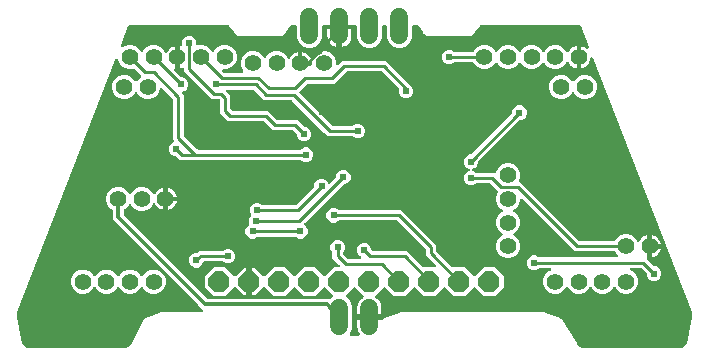
<source format=gbr>
G04 EAGLE Gerber X2 export*
G04 #@! %TF.Part,Single*
G04 #@! %TF.FileFunction,Copper,L2,Bot,Mixed*
G04 #@! %TF.FilePolarity,Positive*
G04 #@! %TF.GenerationSoftware,Autodesk,EAGLE,8.6.0*
G04 #@! %TF.CreationDate,2018-03-08T02:15:54Z*
G75*
%MOMM*%
%FSLAX34Y34*%
%LPD*%
%AMOC8*
5,1,8,0,0,1.08239X$1,22.5*%
G01*
%ADD10C,1.422400*%
%ADD11P,1.924489X8X112.500000*%
%ADD12C,1.524000*%
%ADD13C,0.604000*%
%ADD14C,0.254000*%
%ADD15C,0.304800*%

G36*
X277836Y294204D02*
X277836Y294204D01*
X277935Y294207D01*
X277993Y294224D01*
X278054Y294232D01*
X278146Y294268D01*
X278241Y294296D01*
X278293Y294326D01*
X278349Y294349D01*
X278429Y294407D01*
X278515Y294457D01*
X278590Y294523D01*
X278607Y294535D01*
X278614Y294545D01*
X278635Y294563D01*
X281409Y297337D01*
X281485Y297435D01*
X281566Y297528D01*
X281593Y297573D01*
X281604Y297589D01*
X281613Y297608D01*
X281647Y297667D01*
X291179Y316731D01*
X291186Y316750D01*
X291210Y316799D01*
X291871Y318340D01*
X291890Y318353D01*
X291925Y318394D01*
X293522Y318926D01*
X293540Y318934D01*
X293592Y318951D01*
X304903Y323476D01*
X304917Y323484D01*
X304934Y323489D01*
X304986Y323519D01*
X305041Y323541D01*
X305107Y323589D01*
X305181Y323630D01*
X305193Y323642D01*
X305208Y323650D01*
X305285Y323718D01*
X305299Y323728D01*
X305305Y323736D01*
X305329Y323757D01*
X305764Y324192D01*
X306448Y324192D01*
X306450Y324192D01*
X306451Y324192D01*
X306606Y324212D01*
X306764Y324232D01*
X306765Y324232D01*
X306767Y324232D01*
X306920Y324283D01*
X307555Y324537D01*
X308121Y324294D01*
X308137Y324290D01*
X308152Y324281D01*
X308290Y324246D01*
X308427Y324207D01*
X308444Y324206D01*
X308460Y324202D01*
X308621Y324192D01*
X340777Y324192D01*
X340915Y324209D01*
X341054Y324222D01*
X341073Y324229D01*
X341093Y324232D01*
X341221Y324283D01*
X341353Y324330D01*
X341370Y324341D01*
X341388Y324349D01*
X341501Y324430D01*
X341616Y324508D01*
X341629Y324524D01*
X341646Y324535D01*
X341735Y324643D01*
X341826Y324747D01*
X341836Y324765D01*
X341849Y324780D01*
X341908Y324906D01*
X341971Y325030D01*
X341976Y325050D01*
X341984Y325068D01*
X342010Y325204D01*
X342041Y325340D01*
X342040Y325361D01*
X342044Y325380D01*
X342035Y325519D01*
X342031Y325658D01*
X342025Y325678D01*
X342024Y325698D01*
X341981Y325830D01*
X341943Y325964D01*
X341932Y325981D01*
X341926Y326000D01*
X341852Y326118D01*
X341781Y326238D01*
X341763Y326259D01*
X341756Y326269D01*
X341741Y326283D01*
X341675Y326358D01*
X338656Y329377D01*
X338656Y329378D01*
X265427Y402606D01*
X265427Y410048D01*
X265424Y410077D01*
X265426Y410107D01*
X265404Y410235D01*
X265387Y410364D01*
X265377Y410391D01*
X265372Y410420D01*
X265318Y410539D01*
X265270Y410659D01*
X265253Y410683D01*
X265241Y410710D01*
X265160Y410811D01*
X265084Y410917D01*
X265061Y410936D01*
X265042Y410959D01*
X264939Y411036D01*
X264839Y411119D01*
X264812Y411132D01*
X264788Y411150D01*
X264644Y411221D01*
X264244Y411386D01*
X261386Y414244D01*
X259839Y417979D01*
X259839Y422021D01*
X261386Y425756D01*
X264244Y428614D01*
X267979Y430161D01*
X272021Y430161D01*
X275756Y428614D01*
X278614Y425756D01*
X278827Y425240D01*
X278896Y425119D01*
X278961Y424996D01*
X278975Y424981D01*
X278985Y424964D01*
X279082Y424864D01*
X279175Y424761D01*
X279192Y424750D01*
X279206Y424735D01*
X279324Y424663D01*
X279441Y424586D01*
X279460Y424580D01*
X279477Y424569D01*
X279610Y424528D01*
X279742Y424483D01*
X279762Y424482D01*
X279781Y424476D01*
X279920Y424469D01*
X280059Y424458D01*
X280079Y424461D01*
X280099Y424460D01*
X280235Y424489D01*
X280372Y424512D01*
X280390Y424521D01*
X280410Y424525D01*
X280536Y424586D01*
X280662Y424643D01*
X280678Y424656D01*
X280696Y424664D01*
X280802Y424755D01*
X280911Y424842D01*
X280923Y424858D01*
X280938Y424871D01*
X281018Y424985D01*
X281102Y425096D01*
X281114Y425121D01*
X281121Y425131D01*
X281128Y425150D01*
X281173Y425240D01*
X281386Y425756D01*
X284244Y428614D01*
X287979Y430161D01*
X292021Y430161D01*
X295756Y428614D01*
X298614Y425756D01*
X299123Y424526D01*
X299167Y424448D01*
X299203Y424366D01*
X299246Y424311D01*
X299281Y424250D01*
X299343Y424186D01*
X299398Y424115D01*
X299453Y424072D01*
X299502Y424022D01*
X299578Y423975D01*
X299649Y423920D01*
X299713Y423892D01*
X299773Y423855D01*
X299859Y423829D01*
X299941Y423793D01*
X300010Y423782D01*
X300077Y423762D01*
X300166Y423757D01*
X300255Y423743D01*
X300325Y423750D01*
X300395Y423747D01*
X300482Y423765D01*
X300571Y423773D01*
X300637Y423797D01*
X300706Y423811D01*
X300787Y423850D01*
X300871Y423880D01*
X300929Y423920D01*
X300992Y423951D01*
X301060Y424009D01*
X301134Y424059D01*
X301180Y424111D01*
X301234Y424157D01*
X301285Y424230D01*
X301345Y424297D01*
X301408Y424405D01*
X301417Y424417D01*
X301419Y424423D01*
X301427Y424436D01*
X301744Y425059D01*
X302637Y426288D01*
X303712Y427363D01*
X304941Y428256D01*
X306295Y428946D01*
X307740Y429415D01*
X308001Y429456D01*
X308001Y420730D01*
X308016Y420612D01*
X308023Y420493D01*
X308035Y420455D01*
X308041Y420415D01*
X308084Y420304D01*
X308121Y420191D01*
X308143Y420157D01*
X308158Y420119D01*
X308227Y420023D01*
X308238Y420006D01*
X308224Y419982D01*
X308199Y419950D01*
X308148Y419843D01*
X308090Y419738D01*
X308080Y419699D01*
X308063Y419663D01*
X308041Y419546D01*
X308011Y419430D01*
X308007Y419370D01*
X308003Y419350D01*
X308005Y419330D01*
X308001Y419270D01*
X308001Y410544D01*
X307740Y410585D01*
X306295Y411054D01*
X304941Y411744D01*
X303712Y412637D01*
X302637Y413712D01*
X301744Y414941D01*
X301427Y415564D01*
X301376Y415638D01*
X301334Y415717D01*
X301287Y415769D01*
X301248Y415827D01*
X301181Y415887D01*
X301121Y415953D01*
X301062Y415991D01*
X301009Y416038D01*
X300930Y416078D01*
X300855Y416128D01*
X300788Y416150D01*
X300726Y416182D01*
X300639Y416202D01*
X300554Y416231D01*
X300484Y416236D01*
X300416Y416252D01*
X300326Y416249D01*
X300237Y416256D01*
X300168Y416244D01*
X300098Y416242D01*
X300012Y416217D01*
X299924Y416202D01*
X299860Y416173D01*
X299792Y416153D01*
X299715Y416108D01*
X299634Y416071D01*
X299579Y416027D01*
X299519Y415992D01*
X299455Y415928D01*
X299385Y415872D01*
X299343Y415816D01*
X299293Y415767D01*
X299248Y415690D01*
X299194Y415618D01*
X299139Y415506D01*
X299131Y415493D01*
X299129Y415487D01*
X299123Y415474D01*
X298614Y414244D01*
X295756Y411386D01*
X292021Y409839D01*
X287979Y409839D01*
X284244Y411386D01*
X281386Y414244D01*
X281173Y414760D01*
X281104Y414881D01*
X281039Y415004D01*
X281025Y415019D01*
X281015Y415036D01*
X280918Y415136D01*
X280825Y415239D01*
X280808Y415250D01*
X280794Y415265D01*
X280675Y415337D01*
X280559Y415414D01*
X280540Y415420D01*
X280523Y415431D01*
X280390Y415472D01*
X280258Y415517D01*
X280238Y415518D01*
X280219Y415524D01*
X280080Y415531D01*
X279941Y415542D01*
X279921Y415539D01*
X279901Y415540D01*
X279765Y415511D01*
X279628Y415488D01*
X279609Y415479D01*
X279590Y415475D01*
X279465Y415414D01*
X279338Y415357D01*
X279322Y415344D01*
X279304Y415336D01*
X279198Y415245D01*
X279090Y415158D01*
X279077Y415142D01*
X279062Y415129D01*
X278982Y415015D01*
X278898Y414904D01*
X278886Y414879D01*
X278879Y414869D01*
X278872Y414850D01*
X278827Y414760D01*
X278614Y414244D01*
X275756Y411386D01*
X275356Y411221D01*
X275331Y411206D01*
X275303Y411197D01*
X275193Y411127D01*
X275080Y411063D01*
X275059Y411043D01*
X275034Y411027D01*
X274945Y410932D01*
X274852Y410842D01*
X274836Y410817D01*
X274816Y410795D01*
X274753Y410681D01*
X274685Y410571D01*
X274677Y410543D01*
X274662Y410517D01*
X274630Y410391D01*
X274592Y410267D01*
X274590Y410237D01*
X274583Y410209D01*
X274573Y410048D01*
X274573Y406920D01*
X274585Y406822D01*
X274588Y406723D01*
X274605Y406664D01*
X274613Y406604D01*
X274649Y406512D01*
X274677Y406417D01*
X274707Y406365D01*
X274730Y406309D01*
X274788Y406229D01*
X274838Y406143D01*
X274904Y406068D01*
X274916Y406051D01*
X274926Y406043D01*
X274944Y406022D01*
X345122Y335844D01*
X345201Y335784D01*
X345273Y335716D01*
X345326Y335687D01*
X345374Y335650D01*
X345465Y335610D01*
X345551Y335562D01*
X345610Y335547D01*
X345665Y335523D01*
X345763Y335508D01*
X345859Y335483D01*
X345959Y335477D01*
X345980Y335473D01*
X345992Y335475D01*
X346020Y335473D01*
X448298Y335473D01*
X448376Y335412D01*
X448465Y335333D01*
X448501Y335315D01*
X448533Y335290D01*
X448642Y335243D01*
X448748Y335188D01*
X448788Y335180D01*
X448825Y335164D01*
X448942Y335145D01*
X449059Y335119D01*
X449099Y335120D01*
X449139Y335114D01*
X449257Y335125D01*
X449377Y335128D01*
X449416Y335140D01*
X449456Y335144D01*
X449568Y335184D01*
X449682Y335217D01*
X449717Y335237D01*
X449755Y335251D01*
X449854Y335318D01*
X449956Y335378D01*
X450001Y335418D01*
X450018Y335430D01*
X450032Y335445D01*
X450077Y335485D01*
X451257Y336665D01*
X451266Y336668D01*
X451309Y336693D01*
X451356Y336710D01*
X451447Y336771D01*
X451542Y336826D01*
X451578Y336860D01*
X451619Y336888D01*
X451692Y336971D01*
X451771Y337047D01*
X451797Y337090D01*
X451829Y337127D01*
X451879Y337225D01*
X451937Y337318D01*
X451951Y337366D01*
X451974Y337410D01*
X451998Y337517D01*
X452030Y337622D01*
X452033Y337672D01*
X452044Y337720D01*
X452040Y337830D01*
X452046Y337940D01*
X452035Y337988D01*
X452034Y338038D01*
X452003Y338144D01*
X451981Y338251D01*
X451959Y338296D01*
X451946Y338344D01*
X451890Y338438D01*
X451841Y338537D01*
X451809Y338575D01*
X451784Y338618D01*
X451678Y338738D01*
X445497Y344919D01*
X445403Y344992D01*
X445314Y345070D01*
X445278Y345089D01*
X445246Y345114D01*
X445137Y345161D01*
X445031Y345215D01*
X444992Y345224D01*
X444954Y345240D01*
X444837Y345259D01*
X444721Y345285D01*
X444680Y345283D01*
X444640Y345290D01*
X444522Y345279D01*
X444403Y345275D01*
X444364Y345264D01*
X444324Y345260D01*
X444211Y345220D01*
X444097Y345187D01*
X444062Y345166D01*
X444024Y345152D01*
X443926Y345085D01*
X443823Y345025D01*
X443778Y344985D01*
X443761Y344974D01*
X443748Y344958D01*
X443702Y344919D01*
X436845Y338061D01*
X426955Y338061D01*
X420097Y344919D01*
X420003Y344992D01*
X419914Y345070D01*
X419878Y345089D01*
X419846Y345114D01*
X419737Y345161D01*
X419631Y345215D01*
X419592Y345224D01*
X419554Y345240D01*
X419437Y345259D01*
X419321Y345285D01*
X419280Y345283D01*
X419240Y345290D01*
X419122Y345279D01*
X419003Y345275D01*
X418964Y345264D01*
X418924Y345260D01*
X418811Y345220D01*
X418697Y345187D01*
X418662Y345166D01*
X418624Y345152D01*
X418526Y345085D01*
X418423Y345025D01*
X418378Y344985D01*
X418361Y344974D01*
X418348Y344958D01*
X418302Y344919D01*
X411445Y338061D01*
X401555Y338061D01*
X394338Y345278D01*
X394244Y345351D01*
X394155Y345430D01*
X394119Y345448D01*
X394087Y345473D01*
X393978Y345520D01*
X393872Y345574D01*
X393832Y345583D01*
X393795Y345599D01*
X393677Y345618D01*
X393561Y345644D01*
X393521Y345643D01*
X393481Y345649D01*
X393362Y345638D01*
X393244Y345634D01*
X393205Y345623D01*
X393164Y345619D01*
X393052Y345579D01*
X392938Y345546D01*
X392903Y345525D01*
X392865Y345512D01*
X392766Y345445D01*
X392664Y345384D01*
X392619Y345344D01*
X392602Y345333D01*
X392589Y345318D01*
X392543Y345278D01*
X385835Y338569D01*
X383639Y338569D01*
X383639Y348730D01*
X383624Y348848D01*
X383617Y348967D01*
X383604Y349005D01*
X383599Y349045D01*
X383556Y349156D01*
X383519Y349269D01*
X383497Y349303D01*
X383482Y349341D01*
X383412Y349437D01*
X383349Y349538D01*
X383319Y349566D01*
X383295Y349598D01*
X383204Y349674D01*
X383117Y349756D01*
X383082Y349775D01*
X383051Y349801D01*
X382943Y349852D01*
X382839Y349909D01*
X382799Y349920D01*
X382763Y349937D01*
X382646Y349959D01*
X382531Y349989D01*
X382470Y349993D01*
X382450Y349997D01*
X382430Y349995D01*
X382370Y349999D01*
X379830Y349999D01*
X379712Y349984D01*
X379593Y349977D01*
X379555Y349964D01*
X379514Y349959D01*
X379404Y349915D01*
X379291Y349879D01*
X379256Y349857D01*
X379219Y349842D01*
X379123Y349772D01*
X379022Y349709D01*
X378994Y349679D01*
X378961Y349655D01*
X378886Y349564D01*
X378804Y349477D01*
X378784Y349442D01*
X378759Y349410D01*
X378708Y349303D01*
X378650Y349198D01*
X378640Y349159D01*
X378623Y349123D01*
X378601Y349006D01*
X378571Y348891D01*
X378567Y348830D01*
X378563Y348810D01*
X378565Y348790D01*
X378561Y348730D01*
X378561Y338569D01*
X376365Y338569D01*
X369657Y345278D01*
X369563Y345351D01*
X369473Y345430D01*
X369437Y345448D01*
X369405Y345473D01*
X369296Y345520D01*
X369190Y345574D01*
X369151Y345583D01*
X369114Y345599D01*
X368996Y345618D01*
X368880Y345644D01*
X368840Y345643D01*
X368799Y345649D01*
X368681Y345638D01*
X368562Y345634D01*
X368523Y345623D01*
X368483Y345619D01*
X368371Y345579D01*
X368256Y345546D01*
X368222Y345525D01*
X368184Y345512D01*
X368085Y345445D01*
X367983Y345384D01*
X367937Y345344D01*
X367920Y345333D01*
X367907Y345318D01*
X367862Y345278D01*
X360645Y338061D01*
X350755Y338061D01*
X343761Y345055D01*
X343761Y354945D01*
X350755Y361939D01*
X360645Y361939D01*
X367862Y354722D01*
X367956Y354649D01*
X368045Y354570D01*
X368081Y354552D01*
X368113Y354527D01*
X368222Y354480D01*
X368328Y354426D01*
X368368Y354417D01*
X368405Y354401D01*
X368523Y354382D01*
X368639Y354356D01*
X368679Y354357D01*
X368719Y354351D01*
X368838Y354362D01*
X368956Y354366D01*
X368995Y354377D01*
X369036Y354381D01*
X369148Y354421D01*
X369262Y354454D01*
X369297Y354475D01*
X369335Y354488D01*
X369433Y354555D01*
X369536Y354616D01*
X369581Y354656D01*
X369598Y354667D01*
X369611Y354682D01*
X369657Y354722D01*
X376365Y361431D01*
X378561Y361431D01*
X378561Y351270D01*
X378576Y351152D01*
X378583Y351033D01*
X378596Y350995D01*
X378601Y350955D01*
X378644Y350844D01*
X378681Y350731D01*
X378703Y350697D01*
X378718Y350659D01*
X378788Y350563D01*
X378851Y350462D01*
X378881Y350434D01*
X378904Y350402D01*
X378996Y350326D01*
X379083Y350244D01*
X379118Y350225D01*
X379149Y350199D01*
X379257Y350148D01*
X379361Y350091D01*
X379401Y350080D01*
X379437Y350063D01*
X379554Y350041D01*
X379669Y350011D01*
X379730Y350007D01*
X379750Y350003D01*
X379770Y350005D01*
X379830Y350001D01*
X382370Y350001D01*
X382488Y350016D01*
X382607Y350023D01*
X382645Y350036D01*
X382685Y350041D01*
X382796Y350085D01*
X382909Y350121D01*
X382944Y350143D01*
X382981Y350158D01*
X383077Y350228D01*
X383178Y350291D01*
X383206Y350321D01*
X383239Y350345D01*
X383314Y350436D01*
X383396Y350523D01*
X383416Y350558D01*
X383441Y350590D01*
X383492Y350697D01*
X383550Y350802D01*
X383560Y350841D01*
X383577Y350877D01*
X383599Y350994D01*
X383629Y351109D01*
X383633Y351170D01*
X383637Y351190D01*
X383635Y351210D01*
X383636Y351226D01*
X383637Y351227D01*
X383637Y351229D01*
X383639Y351270D01*
X383639Y361431D01*
X385835Y361431D01*
X392543Y354722D01*
X392637Y354649D01*
X392727Y354570D01*
X392763Y354552D01*
X392795Y354527D01*
X392904Y354480D01*
X393010Y354426D01*
X393049Y354417D01*
X393086Y354401D01*
X393204Y354382D01*
X393320Y354356D01*
X393360Y354357D01*
X393400Y354351D01*
X393519Y354362D01*
X393638Y354366D01*
X393677Y354377D01*
X393717Y354381D01*
X393829Y354421D01*
X393943Y354454D01*
X393978Y354475D01*
X394016Y354488D01*
X394115Y354555D01*
X394217Y354616D01*
X394263Y354656D01*
X394280Y354667D01*
X394293Y354682D01*
X394338Y354722D01*
X401555Y361939D01*
X411445Y361939D01*
X418302Y355081D01*
X418397Y355008D01*
X418486Y354930D01*
X418522Y354911D01*
X418554Y354886D01*
X418663Y354839D01*
X418769Y354785D01*
X418808Y354776D01*
X418846Y354760D01*
X418963Y354741D01*
X419079Y354715D01*
X419120Y354717D01*
X419160Y354710D01*
X419278Y354721D01*
X419397Y354725D01*
X419436Y354736D01*
X419476Y354740D01*
X419589Y354780D01*
X419703Y354813D01*
X419737Y354834D01*
X419776Y354848D01*
X419874Y354915D01*
X419977Y354975D01*
X420022Y355015D01*
X420039Y355026D01*
X420052Y355042D01*
X420097Y355081D01*
X426955Y361939D01*
X436845Y361939D01*
X443702Y355081D01*
X443797Y355008D01*
X443886Y354930D01*
X443922Y354911D01*
X443954Y354886D01*
X444063Y354839D01*
X444169Y354785D01*
X444208Y354776D01*
X444246Y354760D01*
X444363Y354741D01*
X444479Y354715D01*
X444520Y354717D01*
X444560Y354710D01*
X444678Y354721D01*
X444797Y354725D01*
X444836Y354736D01*
X444876Y354740D01*
X444989Y354780D01*
X445103Y354813D01*
X445137Y354834D01*
X445176Y354848D01*
X445274Y354915D01*
X445377Y354975D01*
X445422Y355015D01*
X445439Y355026D01*
X445452Y355042D01*
X445497Y355081D01*
X452355Y361939D01*
X456389Y361939D01*
X456527Y361956D01*
X456666Y361969D01*
X456685Y361976D01*
X456705Y361979D01*
X456834Y362030D01*
X456965Y362077D01*
X456982Y362088D01*
X457001Y362096D01*
X457113Y362177D01*
X457228Y362255D01*
X457242Y362271D01*
X457258Y362282D01*
X457347Y362390D01*
X457439Y362494D01*
X457448Y362512D01*
X457461Y362527D01*
X457520Y362653D01*
X457583Y362777D01*
X457588Y362797D01*
X457596Y362815D01*
X457622Y362951D01*
X457653Y363087D01*
X457652Y363108D01*
X457656Y363127D01*
X457647Y363266D01*
X457643Y363405D01*
X457638Y363425D01*
X457636Y363445D01*
X457594Y363577D01*
X457555Y363711D01*
X457545Y363728D01*
X457538Y363747D01*
X457464Y363865D01*
X457393Y363985D01*
X457375Y364006D01*
X457368Y364016D01*
X457353Y364030D01*
X457287Y364105D01*
X451392Y370000D01*
X451392Y374299D01*
X451380Y374398D01*
X451377Y374497D01*
X451360Y374555D01*
X451353Y374615D01*
X451316Y374707D01*
X451289Y374802D01*
X451258Y374854D01*
X451236Y374911D01*
X451177Y374991D01*
X451127Y375076D01*
X451061Y375151D01*
X451049Y375168D01*
X451039Y375176D01*
X451021Y375197D01*
X450566Y375651D01*
X449642Y377882D01*
X449642Y380296D01*
X450566Y382527D01*
X452273Y384234D01*
X454504Y385158D01*
X456918Y385158D01*
X459149Y384234D01*
X460856Y382527D01*
X461780Y380296D01*
X461780Y377882D01*
X460856Y375651D01*
X460402Y375197D01*
X460341Y375119D01*
X460273Y375046D01*
X460244Y374993D01*
X460207Y374946D01*
X460167Y374855D01*
X460120Y374768D01*
X460104Y374709D01*
X460080Y374654D01*
X460065Y374556D01*
X460040Y374460D01*
X460034Y374360D01*
X460030Y374340D01*
X460032Y374327D01*
X460030Y374299D01*
X460030Y374104D01*
X460042Y374005D01*
X460045Y373906D01*
X460062Y373848D01*
X460070Y373788D01*
X460106Y373696D01*
X460134Y373601D01*
X460164Y373549D01*
X460187Y373492D01*
X460245Y373412D01*
X460295Y373327D01*
X460362Y373251D01*
X460374Y373235D01*
X460383Y373227D01*
X460402Y373206D01*
X464117Y369490D01*
X464195Y369430D01*
X464268Y369362D01*
X464321Y369333D01*
X464368Y369296D01*
X464459Y369256D01*
X464546Y369208D01*
X464605Y369193D01*
X464660Y369169D01*
X464758Y369154D01*
X464854Y369129D01*
X464954Y369123D01*
X464974Y369119D01*
X464987Y369121D01*
X465015Y369119D01*
X474263Y369119D01*
X474333Y369127D01*
X474403Y369126D01*
X474490Y369147D01*
X474579Y369159D01*
X474644Y369184D01*
X474712Y369201D01*
X474791Y369243D01*
X474875Y369276D01*
X474931Y369317D01*
X474993Y369349D01*
X475059Y369410D01*
X475132Y369462D01*
X475177Y369516D01*
X475228Y369563D01*
X475278Y369638D01*
X475335Y369707D01*
X475365Y369771D01*
X475403Y369829D01*
X475432Y369914D01*
X475470Y369995D01*
X475483Y370064D01*
X475506Y370130D01*
X475513Y370219D01*
X475530Y370307D01*
X475526Y370377D01*
X475531Y370447D01*
X475516Y370535D01*
X475510Y370625D01*
X475489Y370691D01*
X475477Y370760D01*
X475440Y370842D01*
X475412Y370927D01*
X475375Y370986D01*
X475346Y371050D01*
X475290Y371120D01*
X475242Y371196D01*
X475191Y371244D01*
X475148Y371299D01*
X475076Y371353D01*
X475011Y371414D01*
X474949Y371448D01*
X474894Y371490D01*
X474764Y371553D01*
X473055Y373262D01*
X472131Y375493D01*
X472131Y377907D01*
X473055Y380138D01*
X474762Y381845D01*
X476993Y382769D01*
X479407Y382769D01*
X481638Y381845D01*
X483345Y380138D01*
X484269Y377907D01*
X484269Y377265D01*
X484281Y377166D01*
X484284Y377067D01*
X484301Y377009D01*
X484309Y376949D01*
X484345Y376857D01*
X484373Y376762D01*
X484403Y376710D01*
X484426Y376653D01*
X484484Y376573D01*
X484534Y376488D01*
X484600Y376413D01*
X484612Y376396D01*
X484622Y376388D01*
X484640Y376367D01*
X484717Y376290D01*
X484795Y376230D01*
X484868Y376162D01*
X484921Y376133D01*
X484968Y376096D01*
X485059Y376056D01*
X485146Y376008D01*
X485205Y375993D01*
X485260Y375969D01*
X485358Y375954D01*
X485454Y375929D01*
X485554Y375923D01*
X485574Y375919D01*
X485587Y375921D01*
X485615Y375919D01*
X514389Y375919D01*
X527997Y362310D01*
X528075Y362250D01*
X528147Y362182D01*
X528200Y362153D01*
X528248Y362116D01*
X528339Y362076D01*
X528426Y362028D01*
X528485Y362013D01*
X528540Y361989D01*
X528638Y361974D01*
X528734Y361949D01*
X528834Y361943D01*
X528854Y361939D01*
X528867Y361941D01*
X528895Y361939D01*
X537589Y361939D01*
X537727Y361956D01*
X537866Y361969D01*
X537885Y361976D01*
X537905Y361979D01*
X538034Y362030D01*
X538165Y362077D01*
X538182Y362088D01*
X538201Y362096D01*
X538313Y362177D01*
X538428Y362255D01*
X538442Y362271D01*
X538458Y362282D01*
X538547Y362390D01*
X538639Y362494D01*
X538648Y362512D01*
X538661Y362527D01*
X538720Y362653D01*
X538783Y362777D01*
X538788Y362797D01*
X538796Y362815D01*
X538822Y362951D01*
X538853Y363087D01*
X538852Y363108D01*
X538856Y363127D01*
X538847Y363266D01*
X538843Y363405D01*
X538838Y363425D01*
X538836Y363445D01*
X538794Y363577D01*
X538755Y363711D01*
X538745Y363728D01*
X538738Y363747D01*
X538664Y363865D01*
X538593Y363985D01*
X538575Y364006D01*
X538568Y364016D01*
X538553Y364030D01*
X538487Y364105D01*
X530281Y372311D01*
X530281Y377085D01*
X530269Y377184D01*
X530266Y377283D01*
X530249Y377341D01*
X530241Y377401D01*
X530205Y377493D01*
X530177Y377588D01*
X530147Y377640D01*
X530124Y377697D01*
X530066Y377777D01*
X530016Y377862D01*
X529950Y377937D01*
X529938Y377954D01*
X529928Y377962D01*
X529910Y377983D01*
X506483Y401410D01*
X506405Y401470D01*
X506332Y401538D01*
X506279Y401567D01*
X506232Y401604D01*
X506141Y401644D01*
X506054Y401692D01*
X505995Y401707D01*
X505940Y401731D01*
X505842Y401746D01*
X505746Y401771D01*
X505646Y401777D01*
X505626Y401781D01*
X505613Y401779D01*
X505585Y401781D01*
X457190Y401781D01*
X457091Y401769D01*
X456992Y401766D01*
X456934Y401749D01*
X456874Y401741D01*
X456782Y401705D01*
X456687Y401677D01*
X456635Y401647D01*
X456578Y401624D01*
X456498Y401566D01*
X456413Y401516D01*
X456337Y401450D01*
X456321Y401438D01*
X456313Y401428D01*
X456292Y401410D01*
X455838Y400955D01*
X453607Y400031D01*
X451193Y400031D01*
X448962Y400955D01*
X447255Y402662D01*
X446331Y404893D01*
X446331Y407307D01*
X447255Y409538D01*
X448962Y411245D01*
X451193Y412169D01*
X453607Y412169D01*
X455838Y411245D01*
X456292Y410790D01*
X456370Y410730D01*
X456442Y410662D01*
X456495Y410633D01*
X456543Y410596D01*
X456634Y410556D01*
X456721Y410508D01*
X456779Y410493D01*
X456835Y410469D01*
X456933Y410454D01*
X457029Y410429D01*
X457129Y410423D01*
X457149Y410419D01*
X457162Y410421D01*
X457190Y410419D01*
X509689Y410419D01*
X538919Y381189D01*
X538919Y376415D01*
X538931Y376316D01*
X538934Y376217D01*
X538951Y376159D01*
X538959Y376099D01*
X538995Y376007D01*
X539023Y375912D01*
X539053Y375860D01*
X539076Y375803D01*
X539134Y375723D01*
X539184Y375638D01*
X539250Y375563D01*
X539262Y375546D01*
X539272Y375538D01*
X539290Y375517D01*
X552514Y362293D01*
X552609Y362220D01*
X552699Y362141D01*
X552734Y362123D01*
X552766Y362098D01*
X552876Y362051D01*
X552982Y361996D01*
X553021Y361988D01*
X553057Y361972D01*
X553176Y361953D01*
X553292Y361927D01*
X553332Y361928D01*
X553372Y361922D01*
X553491Y361933D01*
X553610Y361937D01*
X553616Y361939D01*
X563845Y361939D01*
X570702Y355081D01*
X570797Y355008D01*
X570886Y354930D01*
X570922Y354911D01*
X570954Y354886D01*
X571063Y354839D01*
X571169Y354785D01*
X571208Y354776D01*
X571246Y354760D01*
X571363Y354741D01*
X571479Y354715D01*
X571520Y354717D01*
X571560Y354710D01*
X571678Y354721D01*
X571797Y354725D01*
X571836Y354736D01*
X571876Y354740D01*
X571989Y354780D01*
X572103Y354813D01*
X572137Y354834D01*
X572176Y354848D01*
X572274Y354915D01*
X572377Y354975D01*
X572422Y355015D01*
X572439Y355026D01*
X572452Y355042D01*
X572497Y355081D01*
X579355Y361939D01*
X589245Y361939D01*
X596239Y354945D01*
X596239Y345055D01*
X589245Y338061D01*
X579355Y338061D01*
X572497Y344919D01*
X572403Y344992D01*
X572314Y345070D01*
X572278Y345089D01*
X572246Y345114D01*
X572137Y345161D01*
X572031Y345215D01*
X571992Y345224D01*
X571954Y345240D01*
X571837Y345259D01*
X571721Y345285D01*
X571680Y345283D01*
X571640Y345290D01*
X571522Y345279D01*
X571403Y345275D01*
X571364Y345264D01*
X571324Y345260D01*
X571211Y345220D01*
X571097Y345187D01*
X571062Y345166D01*
X571024Y345152D01*
X570926Y345085D01*
X570823Y345025D01*
X570778Y344985D01*
X570761Y344974D01*
X570748Y344958D01*
X570702Y344919D01*
X563845Y338061D01*
X553955Y338061D01*
X547097Y344919D01*
X547003Y344992D01*
X546914Y345070D01*
X546878Y345089D01*
X546846Y345114D01*
X546737Y345161D01*
X546631Y345215D01*
X546592Y345224D01*
X546554Y345240D01*
X546437Y345259D01*
X546321Y345285D01*
X546280Y345283D01*
X546240Y345290D01*
X546122Y345279D01*
X546003Y345275D01*
X545964Y345264D01*
X545924Y345260D01*
X545811Y345220D01*
X545697Y345187D01*
X545662Y345166D01*
X545624Y345152D01*
X545526Y345085D01*
X545423Y345025D01*
X545378Y344985D01*
X545361Y344974D01*
X545348Y344958D01*
X545302Y344919D01*
X538445Y338061D01*
X528555Y338061D01*
X521697Y344919D01*
X521603Y344992D01*
X521514Y345070D01*
X521478Y345089D01*
X521446Y345114D01*
X521337Y345161D01*
X521231Y345215D01*
X521192Y345224D01*
X521154Y345240D01*
X521037Y345259D01*
X520921Y345285D01*
X520880Y345283D01*
X520840Y345290D01*
X520722Y345279D01*
X520603Y345275D01*
X520564Y345264D01*
X520524Y345260D01*
X520411Y345220D01*
X520297Y345187D01*
X520262Y345166D01*
X520224Y345152D01*
X520126Y345085D01*
X520023Y345025D01*
X519978Y344985D01*
X519961Y344974D01*
X519948Y344958D01*
X519902Y344919D01*
X513045Y338061D01*
X503155Y338061D01*
X496297Y344919D01*
X496203Y344992D01*
X496114Y345070D01*
X496078Y345089D01*
X496046Y345114D01*
X495937Y345161D01*
X495831Y345215D01*
X495792Y345224D01*
X495754Y345240D01*
X495637Y345259D01*
X495521Y345285D01*
X495480Y345283D01*
X495440Y345290D01*
X495322Y345279D01*
X495203Y345275D01*
X495164Y345264D01*
X495124Y345260D01*
X495011Y345220D01*
X494897Y345187D01*
X494862Y345166D01*
X494824Y345152D01*
X494726Y345085D01*
X494623Y345025D01*
X494578Y344985D01*
X494561Y344974D01*
X494548Y344958D01*
X494502Y344919D01*
X487842Y338258D01*
X487805Y338211D01*
X487762Y338170D01*
X487708Y338086D01*
X487647Y338007D01*
X487623Y337952D01*
X487591Y337902D01*
X487560Y337807D01*
X487521Y337715D01*
X487511Y337656D01*
X487493Y337599D01*
X487486Y337500D01*
X487471Y337401D01*
X487476Y337341D01*
X487472Y337282D01*
X487491Y337184D01*
X487500Y337084D01*
X487521Y337028D01*
X487532Y336969D01*
X487574Y336879D01*
X487608Y336785D01*
X487642Y336735D01*
X487667Y336682D01*
X487730Y336605D01*
X487787Y336522D01*
X487831Y336482D01*
X487869Y336436D01*
X487993Y336334D01*
X489319Y335370D01*
X490450Y334239D01*
X491390Y332945D01*
X492116Y331520D01*
X492611Y329999D01*
X492861Y328420D01*
X492861Y322539D01*
X483970Y322539D01*
X483852Y322524D01*
X483733Y322517D01*
X483695Y322504D01*
X483655Y322499D01*
X483544Y322456D01*
X483431Y322419D01*
X483397Y322397D01*
X483359Y322382D01*
X483263Y322312D01*
X483162Y322249D01*
X483134Y322219D01*
X483102Y322195D01*
X483026Y322104D01*
X482944Y322017D01*
X482925Y321982D01*
X482899Y321951D01*
X482848Y321843D01*
X482791Y321739D01*
X482780Y321699D01*
X482763Y321663D01*
X482741Y321546D01*
X482711Y321431D01*
X482707Y321370D01*
X482703Y321350D01*
X482705Y321330D01*
X482701Y321270D01*
X482701Y318730D01*
X482716Y318612D01*
X482723Y318493D01*
X482736Y318455D01*
X482741Y318414D01*
X482785Y318304D01*
X482821Y318191D01*
X482843Y318156D01*
X482858Y318119D01*
X482928Y318023D01*
X482991Y317922D01*
X483021Y317894D01*
X483045Y317861D01*
X483136Y317786D01*
X483223Y317704D01*
X483258Y317684D01*
X483290Y317659D01*
X483397Y317608D01*
X483502Y317550D01*
X483541Y317540D01*
X483577Y317523D01*
X483694Y317501D01*
X483809Y317471D01*
X483870Y317467D01*
X483890Y317463D01*
X483910Y317465D01*
X483970Y317461D01*
X493110Y317461D01*
X493147Y317465D01*
X493185Y317463D01*
X493305Y317485D01*
X493426Y317501D01*
X493460Y317514D01*
X493497Y317521D01*
X493608Y317573D01*
X493722Y317618D01*
X493752Y317640D01*
X493786Y317655D01*
X493880Y317733D01*
X493979Y317804D01*
X494003Y317833D01*
X494032Y317857D01*
X494104Y317955D01*
X494182Y318049D01*
X494198Y318083D01*
X494220Y318113D01*
X494272Y318223D01*
X495881Y318867D01*
X495890Y318872D01*
X495910Y318879D01*
X497643Y319622D01*
X497654Y319622D01*
X497735Y319642D01*
X497818Y319653D01*
X497955Y319698D01*
X497963Y319700D01*
X497965Y319701D01*
X497971Y319703D01*
X507403Y323476D01*
X507417Y323484D01*
X507434Y323489D01*
X507486Y323519D01*
X507541Y323541D01*
X507607Y323589D01*
X507681Y323630D01*
X507693Y323642D01*
X507708Y323650D01*
X507785Y323718D01*
X507799Y323728D01*
X507805Y323736D01*
X507829Y323757D01*
X508264Y324192D01*
X508948Y324192D01*
X508950Y324192D01*
X508951Y324192D01*
X509106Y324212D01*
X509264Y324232D01*
X509265Y324232D01*
X509267Y324232D01*
X509420Y324283D01*
X510055Y324537D01*
X510621Y324294D01*
X510637Y324290D01*
X510652Y324281D01*
X510790Y324246D01*
X510927Y324207D01*
X510944Y324206D01*
X510960Y324202D01*
X511121Y324192D01*
X628879Y324192D01*
X628896Y324194D01*
X628913Y324192D01*
X629053Y324214D01*
X629195Y324232D01*
X629210Y324238D01*
X629227Y324240D01*
X629379Y324294D01*
X629945Y324537D01*
X630580Y324283D01*
X630582Y324282D01*
X630583Y324281D01*
X630735Y324242D01*
X630888Y324202D01*
X630890Y324202D01*
X630891Y324202D01*
X631052Y324192D01*
X631736Y324192D01*
X632171Y323757D01*
X632185Y323746D01*
X632196Y323733D01*
X632264Y323683D01*
X632323Y323628D01*
X632374Y323599D01*
X632423Y323562D01*
X632438Y323555D01*
X632452Y323545D01*
X632597Y323476D01*
X643666Y319048D01*
X643683Y319044D01*
X643698Y319036D01*
X643852Y318990D01*
X645144Y318692D01*
X645212Y318608D01*
X645310Y318488D01*
X645311Y318488D01*
X645312Y318486D01*
X645444Y318389D01*
X645566Y318300D01*
X645567Y318299D01*
X645568Y318298D01*
X645667Y318251D01*
X646187Y317038D01*
X646196Y317023D01*
X646201Y317007D01*
X646277Y316865D01*
X658225Y297749D01*
X658265Y297700D01*
X658297Y297645D01*
X658404Y297524D01*
X661365Y294563D01*
X661443Y294503D01*
X661515Y294435D01*
X661568Y294406D01*
X661616Y294369D01*
X661707Y294329D01*
X661793Y294281D01*
X661852Y294266D01*
X661908Y294242D01*
X662006Y294227D01*
X662101Y294202D01*
X662201Y294196D01*
X662222Y294192D01*
X662234Y294194D01*
X662262Y294192D01*
X747738Y294192D01*
X747836Y294204D01*
X747935Y294207D01*
X747993Y294224D01*
X748054Y294232D01*
X748146Y294268D01*
X748241Y294296D01*
X748293Y294326D01*
X748349Y294349D01*
X748429Y294407D01*
X748515Y294457D01*
X748590Y294523D01*
X748607Y294535D01*
X748614Y294545D01*
X748635Y294563D01*
X750867Y296795D01*
X750949Y296900D01*
X751034Y297001D01*
X751046Y297025D01*
X751062Y297046D01*
X751115Y297169D01*
X751172Y297288D01*
X751182Y297324D01*
X751188Y297338D01*
X751192Y297360D01*
X751214Y297443D01*
X755784Y320292D01*
X755787Y320337D01*
X755798Y320380D01*
X755808Y320541D01*
X755808Y323973D01*
X755789Y324126D01*
X755770Y324281D01*
X755769Y324286D01*
X755768Y324288D01*
X755766Y324295D01*
X755722Y324434D01*
X672018Y539058D01*
X671950Y539183D01*
X671886Y539310D01*
X671875Y539322D01*
X671867Y539337D01*
X671770Y539442D01*
X671676Y539548D01*
X671662Y539558D01*
X671650Y539570D01*
X671530Y539647D01*
X671413Y539727D01*
X671397Y539733D01*
X671382Y539742D01*
X671247Y539787D01*
X671113Y539835D01*
X671097Y539837D01*
X671081Y539842D01*
X670938Y539852D01*
X670797Y539865D01*
X670780Y539862D01*
X670763Y539864D01*
X670623Y539838D01*
X670483Y539816D01*
X670467Y539809D01*
X670451Y539806D01*
X670321Y539746D01*
X670191Y539690D01*
X670177Y539679D01*
X670162Y539672D01*
X670052Y539582D01*
X669939Y539495D01*
X669929Y539481D01*
X669916Y539471D01*
X669831Y539356D01*
X669744Y539244D01*
X669737Y539228D01*
X669727Y539215D01*
X669674Y539082D01*
X669617Y538952D01*
X669612Y538929D01*
X669608Y538920D01*
X669606Y538901D01*
X669582Y538795D01*
X669415Y537740D01*
X668946Y536295D01*
X668256Y534941D01*
X667363Y533712D01*
X666288Y532637D01*
X665059Y531744D01*
X663705Y531054D01*
X662260Y530585D01*
X661999Y530544D01*
X661999Y539270D01*
X661984Y539388D01*
X661977Y539507D01*
X661964Y539545D01*
X661959Y539585D01*
X661916Y539696D01*
X661879Y539809D01*
X661857Y539843D01*
X661842Y539881D01*
X661773Y539977D01*
X661762Y539994D01*
X661776Y540018D01*
X661801Y540050D01*
X661852Y540157D01*
X661910Y540262D01*
X661920Y540301D01*
X661937Y540337D01*
X661959Y540454D01*
X661989Y540570D01*
X661993Y540630D01*
X661997Y540650D01*
X661995Y540670D01*
X661999Y540730D01*
X661999Y549456D01*
X662260Y549415D01*
X663705Y548946D01*
X665059Y548256D01*
X666263Y547381D01*
X666365Y547325D01*
X666463Y547262D01*
X666504Y547248D01*
X666542Y547228D01*
X666654Y547199D01*
X666765Y547162D01*
X666808Y547159D01*
X666850Y547148D01*
X666966Y547148D01*
X667082Y547140D01*
X667125Y547148D01*
X667168Y547148D01*
X667280Y547177D01*
X667395Y547198D01*
X667434Y547217D01*
X667476Y547227D01*
X667578Y547283D01*
X667683Y547332D01*
X667717Y547360D01*
X667755Y547380D01*
X667840Y547460D01*
X667929Y547533D01*
X667955Y547568D01*
X667987Y547598D01*
X668049Y547696D01*
X668118Y547789D01*
X668134Y547830D01*
X668157Y547866D01*
X668193Y547977D01*
X668237Y548084D01*
X668243Y548127D01*
X668256Y548169D01*
X668263Y548285D01*
X668279Y548400D01*
X668273Y548443D01*
X668276Y548486D01*
X668255Y548600D01*
X668241Y548715D01*
X668221Y548778D01*
X668217Y548799D01*
X668209Y548816D01*
X668192Y548869D01*
X661448Y566161D01*
X661427Y566199D01*
X661414Y566239D01*
X661352Y566338D01*
X661296Y566441D01*
X661267Y566472D01*
X661244Y566508D01*
X661159Y566588D01*
X661080Y566674D01*
X661044Y566697D01*
X661013Y566726D01*
X660910Y566782D01*
X660812Y566846D01*
X660771Y566859D01*
X660734Y566880D01*
X660621Y566909D01*
X660510Y566945D01*
X660467Y566948D01*
X660426Y566959D01*
X660265Y566969D01*
X577053Y566969D01*
X577044Y566968D01*
X577034Y566969D01*
X576886Y566948D01*
X576738Y566929D01*
X576729Y566926D01*
X576719Y566924D01*
X576581Y566867D01*
X576442Y566812D01*
X576434Y566807D01*
X576425Y566803D01*
X576306Y566713D01*
X576185Y566626D01*
X576179Y566618D01*
X576171Y566612D01*
X576062Y566493D01*
X571970Y561377D01*
X571955Y561353D01*
X571935Y561331D01*
X571872Y561218D01*
X571804Y561106D01*
X571795Y561078D01*
X571781Y561053D01*
X571749Y560927D01*
X571711Y560802D01*
X571710Y560782D01*
X570678Y559750D01*
X570669Y559738D01*
X570584Y559645D01*
X569666Y558497D01*
X569558Y558471D01*
X569532Y558457D01*
X569504Y558449D01*
X569392Y558383D01*
X569277Y558322D01*
X569261Y558308D01*
X567803Y558308D01*
X567788Y558306D01*
X567662Y558301D01*
X566201Y558138D01*
X566106Y558196D01*
X566078Y558205D01*
X566053Y558219D01*
X565927Y558251D01*
X565802Y558289D01*
X565773Y558291D01*
X565745Y558298D01*
X565584Y558308D01*
X534320Y558308D01*
X534311Y558307D01*
X534302Y558308D01*
X534154Y558287D01*
X534005Y558268D01*
X533996Y558265D01*
X533987Y558264D01*
X533849Y558207D01*
X533709Y558151D01*
X533702Y558146D01*
X533693Y558143D01*
X533634Y558104D01*
X532292Y558296D01*
X532282Y558296D01*
X532273Y558298D01*
X532112Y558308D01*
X530748Y558308D01*
X530690Y558352D01*
X530572Y558444D01*
X530564Y558447D01*
X530556Y558453D01*
X530418Y558511D01*
X530280Y558570D01*
X530271Y558572D01*
X530263Y558575D01*
X530193Y558590D01*
X529380Y559674D01*
X529373Y559681D01*
X529368Y559690D01*
X529262Y559810D01*
X528297Y560775D01*
X528287Y560847D01*
X528268Y560995D01*
X528265Y561004D01*
X528264Y561013D01*
X528207Y561152D01*
X528151Y561291D01*
X528146Y561298D01*
X528143Y561307D01*
X528054Y561441D01*
X524289Y566462D01*
X524268Y566483D01*
X524253Y566508D01*
X524158Y566597D01*
X524068Y566690D01*
X524043Y566706D01*
X524021Y566726D01*
X523907Y566789D01*
X523797Y566856D01*
X523769Y566865D01*
X523742Y566880D01*
X523617Y566912D01*
X523493Y566950D01*
X523463Y566952D01*
X523434Y566959D01*
X523274Y566969D01*
X520038Y566969D01*
X519920Y566954D01*
X519801Y566947D01*
X519763Y566934D01*
X519722Y566929D01*
X519612Y566886D01*
X519499Y566849D01*
X519464Y566827D01*
X519427Y566812D01*
X519331Y566743D01*
X519230Y566679D01*
X519202Y566649D01*
X519169Y566626D01*
X519093Y566534D01*
X519012Y566447D01*
X518992Y566412D01*
X518967Y566381D01*
X518916Y566273D01*
X518858Y566169D01*
X518848Y566129D01*
X518831Y566093D01*
X518809Y565976D01*
X518779Y565861D01*
X518775Y565801D01*
X518771Y565781D01*
X518773Y565760D01*
X518769Y565700D01*
X518769Y556358D01*
X517145Y552437D01*
X514143Y549435D01*
X510222Y547811D01*
X505978Y547811D01*
X502057Y549435D01*
X499055Y552437D01*
X497431Y556358D01*
X497431Y565700D01*
X497416Y565818D01*
X497409Y565937D01*
X497396Y565975D01*
X497391Y566016D01*
X497348Y566126D01*
X497311Y566239D01*
X497289Y566274D01*
X497274Y566311D01*
X497205Y566407D01*
X497141Y566508D01*
X497111Y566536D01*
X497088Y566569D01*
X496996Y566645D01*
X496909Y566726D01*
X496874Y566746D01*
X496843Y566771D01*
X496735Y566822D01*
X496631Y566880D01*
X496591Y566890D01*
X496555Y566907D01*
X496438Y566929D01*
X496323Y566959D01*
X496263Y566963D01*
X496243Y566967D01*
X496222Y566965D01*
X496162Y566969D01*
X494638Y566969D01*
X494520Y566954D01*
X494401Y566947D01*
X494363Y566934D01*
X494322Y566929D01*
X494212Y566886D01*
X494099Y566849D01*
X494064Y566827D01*
X494027Y566812D01*
X493931Y566743D01*
X493830Y566679D01*
X493802Y566649D01*
X493769Y566626D01*
X493693Y566534D01*
X493612Y566447D01*
X493592Y566412D01*
X493567Y566381D01*
X493516Y566273D01*
X493458Y566169D01*
X493448Y566129D01*
X493431Y566093D01*
X493409Y565976D01*
X493379Y565861D01*
X493375Y565801D01*
X493371Y565781D01*
X493373Y565760D01*
X493369Y565700D01*
X493369Y556358D01*
X491745Y552437D01*
X488743Y549435D01*
X484822Y547811D01*
X480578Y547811D01*
X476657Y549435D01*
X473655Y552437D01*
X472031Y556358D01*
X472031Y565700D01*
X472016Y565818D01*
X472009Y565937D01*
X471996Y565975D01*
X471991Y566016D01*
X471948Y566126D01*
X471911Y566239D01*
X471889Y566274D01*
X471874Y566311D01*
X471805Y566407D01*
X471741Y566508D01*
X471711Y566536D01*
X471688Y566569D01*
X471596Y566645D01*
X471509Y566726D01*
X471474Y566746D01*
X471443Y566771D01*
X471335Y566822D01*
X471231Y566880D01*
X471191Y566890D01*
X471155Y566907D01*
X471038Y566929D01*
X470923Y566959D01*
X470863Y566963D01*
X470843Y566967D01*
X470822Y566965D01*
X470762Y566969D01*
X458570Y566969D01*
X458452Y566954D01*
X458333Y566947D01*
X458295Y566934D01*
X458255Y566929D01*
X458144Y566886D01*
X458031Y566849D01*
X457997Y566827D01*
X457959Y566812D01*
X457863Y566743D01*
X457762Y566679D01*
X457734Y566649D01*
X457702Y566626D01*
X457626Y566534D01*
X457544Y566447D01*
X457525Y566412D01*
X457499Y566381D01*
X457448Y566273D01*
X457391Y566169D01*
X457380Y566129D01*
X457366Y566099D01*
X457226Y566099D01*
X457215Y566126D01*
X457179Y566239D01*
X457157Y566274D01*
X457142Y566311D01*
X457072Y566407D01*
X457009Y566508D01*
X456979Y566536D01*
X456955Y566569D01*
X456864Y566645D01*
X456777Y566726D01*
X456742Y566746D01*
X456710Y566771D01*
X456603Y566822D01*
X456498Y566880D01*
X456459Y566890D01*
X456423Y566907D01*
X456306Y566929D01*
X456191Y566959D01*
X456130Y566963D01*
X456110Y566967D01*
X456090Y566965D01*
X456030Y566969D01*
X443838Y566969D01*
X443720Y566954D01*
X443601Y566947D01*
X443563Y566934D01*
X443522Y566929D01*
X443412Y566886D01*
X443299Y566849D01*
X443264Y566827D01*
X443227Y566812D01*
X443131Y566743D01*
X443030Y566679D01*
X443002Y566649D01*
X442969Y566626D01*
X442893Y566534D01*
X442812Y566447D01*
X442792Y566412D01*
X442767Y566381D01*
X442716Y566273D01*
X442658Y566169D01*
X442648Y566129D01*
X442631Y566093D01*
X442609Y565976D01*
X442579Y565861D01*
X442575Y565801D01*
X442571Y565781D01*
X442573Y565760D01*
X442569Y565700D01*
X442569Y556358D01*
X440945Y552437D01*
X437943Y549435D01*
X434022Y547811D01*
X429778Y547811D01*
X425857Y549435D01*
X422855Y552437D01*
X421231Y556358D01*
X421231Y565700D01*
X421216Y565818D01*
X421209Y565937D01*
X421196Y565975D01*
X421191Y566016D01*
X421148Y566126D01*
X421111Y566239D01*
X421089Y566274D01*
X421074Y566311D01*
X421005Y566407D01*
X420941Y566508D01*
X420911Y566536D01*
X420888Y566569D01*
X420796Y566645D01*
X420709Y566726D01*
X420674Y566746D01*
X420643Y566771D01*
X420535Y566822D01*
X420431Y566880D01*
X420391Y566890D01*
X420355Y566907D01*
X420238Y566929D01*
X420123Y566959D01*
X420063Y566963D01*
X420043Y566967D01*
X420022Y566965D01*
X419962Y566969D01*
X416726Y566969D01*
X416697Y566966D01*
X416667Y566968D01*
X416539Y566946D01*
X416411Y566929D01*
X416383Y566918D01*
X416354Y566913D01*
X416235Y566860D01*
X416115Y566812D01*
X416091Y566795D01*
X416064Y566783D01*
X415963Y566702D01*
X415858Y566626D01*
X415839Y566603D01*
X415815Y566584D01*
X415711Y566462D01*
X411946Y561441D01*
X411941Y561433D01*
X411935Y561427D01*
X411863Y561296D01*
X411788Y561165D01*
X411786Y561156D01*
X411781Y561148D01*
X411744Y561004D01*
X411704Y560858D01*
X411704Y560849D01*
X411702Y560840D01*
X411697Y560769D01*
X410738Y559810D01*
X410733Y559803D01*
X410725Y559797D01*
X410620Y559674D01*
X409802Y558584D01*
X409734Y558564D01*
X409588Y558524D01*
X409580Y558519D01*
X409572Y558517D01*
X409443Y558441D01*
X409312Y558366D01*
X409305Y558360D01*
X409298Y558355D01*
X409244Y558308D01*
X407888Y558308D01*
X407878Y558307D01*
X407869Y558308D01*
X407708Y558296D01*
X406359Y558103D01*
X406295Y558138D01*
X406165Y558212D01*
X406156Y558214D01*
X406148Y558219D01*
X406002Y558256D01*
X405858Y558296D01*
X405849Y558296D01*
X405840Y558298D01*
X405680Y558308D01*
X374416Y558308D01*
X374387Y558305D01*
X374358Y558307D01*
X374229Y558285D01*
X374100Y558268D01*
X374073Y558258D01*
X374045Y558253D01*
X373925Y558199D01*
X373804Y558151D01*
X373788Y558139D01*
X372338Y558301D01*
X372323Y558300D01*
X372197Y558308D01*
X370727Y558308D01*
X370639Y558376D01*
X370613Y558388D01*
X370589Y558405D01*
X370467Y558451D01*
X370348Y558503D01*
X370327Y558506D01*
X369416Y559645D01*
X369405Y559656D01*
X369322Y559750D01*
X368282Y560790D01*
X368268Y560900D01*
X368258Y560927D01*
X368253Y560955D01*
X368199Y561074D01*
X368151Y561196D01*
X368134Y561219D01*
X368123Y561245D01*
X368030Y561377D01*
X363938Y566493D01*
X363931Y566500D01*
X363925Y566508D01*
X363817Y566610D01*
X363709Y566714D01*
X363701Y566719D01*
X363694Y566726D01*
X363563Y566798D01*
X363433Y566872D01*
X363424Y566875D01*
X363415Y566880D01*
X363271Y566917D01*
X363127Y566956D01*
X363117Y566957D01*
X363107Y566959D01*
X362947Y566969D01*
X279735Y566969D01*
X279692Y566964D01*
X279649Y566966D01*
X279535Y566944D01*
X279419Y566929D01*
X279379Y566914D01*
X279337Y566905D01*
X279232Y566855D01*
X279123Y566812D01*
X279089Y566787D01*
X279050Y566769D01*
X278960Y566694D01*
X278866Y566626D01*
X278839Y566593D01*
X278806Y566565D01*
X278738Y566471D01*
X278663Y566381D01*
X278645Y566342D01*
X278620Y566307D01*
X278552Y566161D01*
X272286Y550094D01*
X272272Y550039D01*
X272250Y549987D01*
X272233Y549885D01*
X272208Y549786D01*
X272209Y549729D01*
X272200Y549673D01*
X272209Y549570D01*
X272210Y549468D01*
X272224Y549413D01*
X272230Y549357D01*
X272264Y549259D01*
X272291Y549160D01*
X272318Y549111D01*
X272337Y549057D01*
X272395Y548972D01*
X272445Y548882D01*
X272484Y548841D01*
X272516Y548794D01*
X272593Y548726D01*
X272664Y548651D01*
X272712Y548621D01*
X272754Y548584D01*
X272846Y548537D01*
X272933Y548482D01*
X272987Y548465D01*
X273037Y548439D01*
X273138Y548416D01*
X273236Y548385D01*
X273293Y548382D01*
X273348Y548369D01*
X273451Y548372D01*
X273554Y548366D01*
X273609Y548377D01*
X273666Y548379D01*
X273765Y548408D01*
X273866Y548427D01*
X273917Y548452D01*
X273971Y548467D01*
X274060Y548520D01*
X274153Y548564D01*
X274181Y548588D01*
X277979Y550161D01*
X282021Y550161D01*
X285756Y548614D01*
X288614Y545756D01*
X288827Y545240D01*
X288896Y545119D01*
X288961Y544996D01*
X288975Y544981D01*
X288985Y544964D01*
X289082Y544864D01*
X289175Y544761D01*
X289192Y544750D01*
X289206Y544735D01*
X289325Y544663D01*
X289441Y544586D01*
X289460Y544580D01*
X289477Y544569D01*
X289610Y544528D01*
X289742Y544483D01*
X289762Y544482D01*
X289781Y544476D01*
X289920Y544469D01*
X290059Y544458D01*
X290079Y544461D01*
X290099Y544460D01*
X290235Y544489D01*
X290372Y544512D01*
X290391Y544521D01*
X290410Y544525D01*
X290535Y544586D01*
X290662Y544643D01*
X290678Y544656D01*
X290696Y544664D01*
X290802Y544755D01*
X290910Y544842D01*
X290923Y544858D01*
X290938Y544871D01*
X291018Y544985D01*
X291102Y545096D01*
X291114Y545121D01*
X291121Y545131D01*
X291128Y545150D01*
X291173Y545240D01*
X291386Y545756D01*
X294244Y548614D01*
X297979Y550161D01*
X302021Y550161D01*
X305756Y548614D01*
X308614Y545756D01*
X309123Y544526D01*
X309167Y544449D01*
X309203Y544366D01*
X309246Y544311D01*
X309281Y544250D01*
X309343Y544186D01*
X309398Y544115D01*
X309453Y544072D01*
X309502Y544022D01*
X309578Y543975D01*
X309649Y543920D01*
X309713Y543892D01*
X309773Y543855D01*
X309859Y543829D01*
X309941Y543793D01*
X310010Y543782D01*
X310077Y543762D01*
X310166Y543757D01*
X310255Y543743D01*
X310325Y543750D01*
X310395Y543747D01*
X310482Y543765D01*
X310571Y543773D01*
X310637Y543797D01*
X310706Y543811D01*
X310787Y543850D01*
X310871Y543880D01*
X310929Y543920D01*
X310992Y543951D01*
X311060Y544009D01*
X311134Y544059D01*
X311180Y544112D01*
X311234Y544157D01*
X311285Y544230D01*
X311345Y544297D01*
X311408Y544405D01*
X311417Y544417D01*
X311419Y544423D01*
X311427Y544436D01*
X311744Y545059D01*
X312637Y546288D01*
X313712Y547363D01*
X314941Y548256D01*
X316295Y548946D01*
X317740Y549415D01*
X318001Y549456D01*
X318001Y540730D01*
X318016Y540612D01*
X318023Y540493D01*
X318035Y540455D01*
X318041Y540415D01*
X318084Y540304D01*
X318121Y540191D01*
X318143Y540157D01*
X318158Y540119D01*
X318227Y540023D01*
X318238Y540006D01*
X318224Y539982D01*
X318199Y539950D01*
X318148Y539843D01*
X318090Y539738D01*
X318080Y539699D01*
X318063Y539663D01*
X318041Y539546D01*
X318011Y539430D01*
X318007Y539370D01*
X318003Y539350D01*
X318005Y539330D01*
X318001Y539270D01*
X318001Y530142D01*
X317992Y530135D01*
X317926Y530090D01*
X317873Y530030D01*
X317813Y529977D01*
X317769Y529911D01*
X317716Y529852D01*
X317679Y529780D01*
X317635Y529714D01*
X317608Y529639D01*
X317571Y529568D01*
X317554Y529490D01*
X317527Y529415D01*
X317519Y529336D01*
X317502Y529258D01*
X317504Y529178D01*
X317496Y529099D01*
X317509Y529020D01*
X317511Y528940D01*
X317534Y528863D01*
X317546Y528784D01*
X317578Y528711D01*
X317600Y528635D01*
X317640Y528566D01*
X317672Y528492D01*
X317721Y528429D01*
X317761Y528361D01*
X317866Y528242D01*
X317867Y528241D01*
X317868Y528240D01*
X322767Y523340D01*
X322845Y523280D01*
X322917Y523212D01*
X322970Y523183D01*
X323018Y523146D01*
X323109Y523106D01*
X323196Y523058D01*
X323255Y523043D01*
X323310Y523019D01*
X323408Y523004D01*
X323504Y522979D01*
X323604Y522973D01*
X323624Y522969D01*
X323637Y522971D01*
X323665Y522969D01*
X324307Y522969D01*
X326538Y522045D01*
X328245Y520338D01*
X329169Y518107D01*
X329169Y515693D01*
X328245Y513462D01*
X326538Y511755D01*
X324697Y510993D01*
X324654Y510968D01*
X324607Y510951D01*
X324516Y510890D01*
X324421Y510835D01*
X324385Y510801D01*
X324344Y510773D01*
X324271Y510690D01*
X324192Y510614D01*
X324166Y510572D01*
X324133Y510534D01*
X324083Y510436D01*
X324026Y510343D01*
X324011Y510295D01*
X323989Y510251D01*
X323965Y510144D01*
X323932Y510039D01*
X323930Y509989D01*
X323919Y509941D01*
X323922Y509831D01*
X323917Y509721D01*
X323927Y509672D01*
X323929Y509623D01*
X323959Y509517D01*
X323981Y509410D01*
X324003Y509365D01*
X324017Y509317D01*
X324073Y509223D01*
X324121Y509124D01*
X324153Y509086D01*
X324179Y509043D01*
X324285Y508923D01*
X325319Y507889D01*
X325319Y474215D01*
X325331Y474116D01*
X325334Y474017D01*
X325351Y473959D01*
X325359Y473899D01*
X325395Y473807D01*
X325423Y473712D01*
X325453Y473660D01*
X325476Y473603D01*
X325534Y473523D01*
X325584Y473438D01*
X325650Y473363D01*
X325662Y473346D01*
X325672Y473338D01*
X325690Y473317D01*
X336817Y462190D01*
X336895Y462130D01*
X336968Y462062D01*
X337021Y462033D01*
X337068Y461996D01*
X337159Y461956D01*
X337246Y461908D01*
X337305Y461893D01*
X337360Y461869D01*
X337458Y461854D01*
X337554Y461829D01*
X337654Y461823D01*
X337674Y461819D01*
X337687Y461821D01*
X337715Y461819D01*
X424210Y461819D01*
X424309Y461831D01*
X424408Y461834D01*
X424466Y461851D01*
X424526Y461859D01*
X424618Y461895D01*
X424713Y461923D01*
X424765Y461953D01*
X424822Y461976D01*
X424902Y462034D01*
X424987Y462084D01*
X425063Y462150D01*
X425079Y462162D01*
X425087Y462172D01*
X425108Y462190D01*
X425562Y462645D01*
X427793Y463569D01*
X430207Y463569D01*
X432438Y462645D01*
X434145Y460938D01*
X435069Y458707D01*
X435069Y456293D01*
X434145Y454062D01*
X432438Y452355D01*
X430207Y451431D01*
X427793Y451431D01*
X425562Y452355D01*
X425108Y452810D01*
X425030Y452870D01*
X424958Y452938D01*
X424905Y452967D01*
X424857Y453004D01*
X424766Y453044D01*
X424679Y453092D01*
X424621Y453107D01*
X424565Y453131D01*
X424467Y453146D01*
X424371Y453171D01*
X424271Y453177D01*
X424251Y453181D01*
X424238Y453179D01*
X424210Y453181D01*
X322011Y453181D01*
X319233Y455960D01*
X319155Y456020D01*
X319082Y456088D01*
X319029Y456117D01*
X318982Y456154D01*
X318891Y456194D01*
X318804Y456242D01*
X318745Y456257D01*
X318690Y456281D01*
X318592Y456296D01*
X318496Y456321D01*
X318396Y456327D01*
X318376Y456331D01*
X318363Y456329D01*
X318335Y456331D01*
X317693Y456331D01*
X315462Y457255D01*
X313755Y458962D01*
X312831Y461193D01*
X312831Y463607D01*
X313755Y465838D01*
X315462Y467545D01*
X316384Y467927D01*
X316427Y467951D01*
X316474Y467968D01*
X316565Y468030D01*
X316660Y468084D01*
X316696Y468119D01*
X316737Y468147D01*
X316810Y468229D01*
X316889Y468305D01*
X316915Y468348D01*
X316947Y468385D01*
X316997Y468483D01*
X317055Y468577D01*
X317069Y468624D01*
X317092Y468668D01*
X317116Y468776D01*
X317148Y468880D01*
X317151Y468930D01*
X317162Y468979D01*
X317158Y469088D01*
X317164Y469198D01*
X317154Y469247D01*
X317152Y469296D01*
X317122Y469402D01*
X317099Y469510D01*
X317077Y469554D01*
X317064Y469602D01*
X317008Y469696D01*
X316960Y469795D01*
X316927Y469833D01*
X316902Y469876D01*
X316796Y469997D01*
X316681Y470111D01*
X316681Y503785D01*
X316669Y503884D01*
X316666Y503983D01*
X316649Y504041D01*
X316641Y504101D01*
X316605Y504193D01*
X316577Y504288D01*
X316547Y504340D01*
X316524Y504397D01*
X316466Y504477D01*
X316416Y504562D01*
X316350Y504637D01*
X316338Y504654D01*
X316328Y504662D01*
X316310Y504683D01*
X307327Y513665D01*
X307218Y513750D01*
X307111Y513839D01*
X307092Y513847D01*
X307076Y513860D01*
X306948Y513915D01*
X306823Y513974D01*
X306803Y513978D01*
X306784Y513986D01*
X306646Y514008D01*
X306510Y514034D01*
X306490Y514033D01*
X306470Y514036D01*
X306331Y514023D01*
X306193Y514014D01*
X306174Y514008D01*
X306154Y514006D01*
X306022Y513959D01*
X305891Y513916D01*
X305873Y513906D01*
X305854Y513899D01*
X305739Y513821D01*
X305622Y513746D01*
X305608Y513731D01*
X305591Y513720D01*
X305499Y513616D01*
X305404Y513515D01*
X305394Y513497D01*
X305381Y513482D01*
X305317Y513358D01*
X305250Y513236D01*
X305245Y513216D01*
X305236Y513198D01*
X305218Y513117D01*
X303614Y509244D01*
X300756Y506386D01*
X297021Y504839D01*
X292979Y504839D01*
X289244Y506386D01*
X286386Y509244D01*
X286173Y509760D01*
X286104Y509881D01*
X286039Y510004D01*
X286025Y510019D01*
X286015Y510036D01*
X285918Y510136D01*
X285825Y510239D01*
X285808Y510250D01*
X285794Y510265D01*
X285676Y510337D01*
X285559Y510414D01*
X285540Y510420D01*
X285523Y510431D01*
X285390Y510472D01*
X285258Y510517D01*
X285238Y510518D01*
X285219Y510524D01*
X285080Y510531D01*
X284941Y510542D01*
X284921Y510539D01*
X284901Y510540D01*
X284765Y510511D01*
X284628Y510488D01*
X284610Y510479D01*
X284590Y510475D01*
X284464Y510414D01*
X284338Y510357D01*
X284322Y510344D01*
X284304Y510336D01*
X284198Y510245D01*
X284089Y510158D01*
X284077Y510142D01*
X284062Y510129D01*
X283982Y510015D01*
X283898Y509904D01*
X283886Y509879D01*
X283879Y509869D01*
X283872Y509850D01*
X283827Y509760D01*
X283614Y509244D01*
X280756Y506386D01*
X277021Y504839D01*
X272979Y504839D01*
X269244Y506386D01*
X266386Y509244D01*
X264839Y512979D01*
X264839Y517021D01*
X266386Y520756D01*
X269244Y523614D01*
X272979Y525161D01*
X277021Y525161D01*
X280756Y523614D01*
X283614Y520756D01*
X283827Y520240D01*
X283896Y520119D01*
X283961Y519996D01*
X283975Y519981D01*
X283985Y519964D01*
X284082Y519864D01*
X284175Y519761D01*
X284192Y519750D01*
X284206Y519735D01*
X284325Y519663D01*
X284441Y519586D01*
X284460Y519580D01*
X284477Y519569D01*
X284610Y519528D01*
X284742Y519483D01*
X284762Y519482D01*
X284781Y519476D01*
X284920Y519469D01*
X285059Y519458D01*
X285079Y519461D01*
X285099Y519460D01*
X285235Y519489D01*
X285372Y519512D01*
X285391Y519521D01*
X285410Y519525D01*
X285535Y519586D01*
X285662Y519643D01*
X285678Y519656D01*
X285696Y519664D01*
X285802Y519755D01*
X285910Y519842D01*
X285923Y519858D01*
X285938Y519871D01*
X286018Y519985D01*
X286102Y520096D01*
X286114Y520121D01*
X286121Y520131D01*
X286128Y520150D01*
X286173Y520240D01*
X286386Y520756D01*
X288864Y523233D01*
X288937Y523328D01*
X289016Y523417D01*
X289034Y523453D01*
X289059Y523485D01*
X289106Y523594D01*
X289160Y523700D01*
X289169Y523739D01*
X289185Y523777D01*
X289204Y523894D01*
X289230Y524010D01*
X289229Y524051D01*
X289235Y524091D01*
X289224Y524209D01*
X289220Y524328D01*
X289209Y524367D01*
X289205Y524407D01*
X289165Y524519D01*
X289132Y524634D01*
X289111Y524668D01*
X289098Y524707D01*
X289031Y524805D01*
X288970Y524908D01*
X288931Y524953D01*
X288919Y524970D01*
X288904Y524983D01*
X288864Y525028D01*
X288210Y525683D01*
X284058Y529835D01*
X284034Y529853D01*
X284015Y529875D01*
X283909Y529950D01*
X283806Y530030D01*
X283779Y530041D01*
X283755Y530058D01*
X283634Y530104D01*
X283515Y530156D01*
X283485Y530161D01*
X283458Y530171D01*
X283329Y530186D01*
X283200Y530206D01*
X283171Y530203D01*
X283142Y530206D01*
X283013Y530188D01*
X282884Y530176D01*
X282856Y530166D01*
X282827Y530162D01*
X282674Y530110D01*
X282021Y529839D01*
X277979Y529839D01*
X274244Y531386D01*
X271386Y534244D01*
X269874Y537895D01*
X269798Y538028D01*
X269725Y538160D01*
X269720Y538165D01*
X269716Y538171D01*
X269610Y538281D01*
X269506Y538391D01*
X269500Y538395D01*
X269495Y538400D01*
X269366Y538479D01*
X269237Y538560D01*
X269230Y538563D01*
X269224Y538566D01*
X269080Y538611D01*
X268934Y538657D01*
X268927Y538658D01*
X268920Y538660D01*
X268770Y538667D01*
X268616Y538676D01*
X268609Y538675D01*
X268602Y538675D01*
X268453Y538644D01*
X268304Y538615D01*
X268298Y538612D01*
X268291Y538611D01*
X268153Y538543D01*
X268017Y538478D01*
X268012Y538474D01*
X268005Y538471D01*
X267889Y538372D01*
X267773Y538275D01*
X267769Y538269D01*
X267763Y538265D01*
X267675Y538139D01*
X267587Y538017D01*
X267583Y538008D01*
X267580Y538005D01*
X267576Y537994D01*
X267519Y537871D01*
X184278Y324434D01*
X184240Y324281D01*
X184202Y324133D01*
X184202Y324128D01*
X184201Y324126D01*
X184201Y324118D01*
X184192Y323973D01*
X184192Y320541D01*
X184197Y320496D01*
X184195Y320451D01*
X184216Y320292D01*
X188786Y297443D01*
X188828Y297318D01*
X188865Y297190D01*
X188879Y297167D01*
X188887Y297142D01*
X188959Y297030D01*
X189027Y296916D01*
X189051Y296888D01*
X189060Y296875D01*
X189076Y296860D01*
X189133Y296795D01*
X191365Y294563D01*
X191443Y294503D01*
X191515Y294435D01*
X191568Y294406D01*
X191616Y294369D01*
X191707Y294329D01*
X191793Y294281D01*
X191852Y294266D01*
X191908Y294242D01*
X192006Y294227D01*
X192101Y294202D01*
X192201Y294196D01*
X192222Y294192D01*
X192234Y294194D01*
X192262Y294192D01*
X277738Y294192D01*
X277836Y294204D01*
G37*
%LPC*%
G36*
X426293Y468831D02*
X426293Y468831D01*
X424062Y469755D01*
X422355Y471462D01*
X421431Y473693D01*
X421431Y474335D01*
X421419Y474434D01*
X421416Y474533D01*
X421399Y474591D01*
X421391Y474651D01*
X421355Y474743D01*
X421327Y474838D01*
X421297Y474890D01*
X421274Y474947D01*
X421216Y475027D01*
X421166Y475112D01*
X421100Y475187D01*
X421088Y475204D01*
X421078Y475212D01*
X421060Y475233D01*
X418483Y477810D01*
X418405Y477870D01*
X418333Y477938D01*
X418280Y477967D01*
X418232Y478004D01*
X418141Y478044D01*
X418054Y478092D01*
X417995Y478107D01*
X417940Y478131D01*
X417842Y478146D01*
X417746Y478171D01*
X417646Y478177D01*
X417626Y478181D01*
X417613Y478179D01*
X417585Y478181D01*
X400911Y478181D01*
X393383Y485710D01*
X393305Y485770D01*
X393232Y485838D01*
X393179Y485867D01*
X393132Y485904D01*
X393041Y485944D01*
X392954Y485992D01*
X392895Y486007D01*
X392840Y486031D01*
X392742Y486046D01*
X392646Y486071D01*
X392546Y486077D01*
X392526Y486081D01*
X392513Y486079D01*
X392485Y486081D01*
X362811Y486081D01*
X356181Y492711D01*
X356181Y503285D01*
X356169Y503384D01*
X356166Y503483D01*
X356149Y503541D01*
X356141Y503601D01*
X356105Y503693D01*
X356077Y503788D01*
X356047Y503840D01*
X356024Y503897D01*
X355966Y503977D01*
X355916Y504062D01*
X355850Y504137D01*
X355838Y504154D01*
X355828Y504162D01*
X355810Y504183D01*
X355783Y504210D01*
X355705Y504270D01*
X355632Y504338D01*
X355579Y504367D01*
X355532Y504404D01*
X355441Y504444D01*
X355354Y504492D01*
X355295Y504507D01*
X355240Y504531D01*
X355142Y504546D01*
X355046Y504571D01*
X354946Y504577D01*
X354926Y504581D01*
X354913Y504579D01*
X354885Y504581D01*
X349711Y504581D01*
X325681Y528611D01*
X325681Y529990D01*
X325669Y530089D01*
X325666Y530188D01*
X325649Y530246D01*
X325641Y530306D01*
X325605Y530398D01*
X325577Y530493D01*
X325546Y530545D01*
X325524Y530601D01*
X325466Y530682D01*
X325415Y530767D01*
X325373Y530810D01*
X325338Y530859D01*
X325261Y530922D01*
X325191Y530992D01*
X325139Y531023D01*
X325093Y531061D01*
X325003Y531104D01*
X324917Y531154D01*
X324859Y531171D01*
X324805Y531197D01*
X324707Y531216D01*
X324612Y531243D01*
X324552Y531245D01*
X324493Y531257D01*
X324393Y531251D01*
X324294Y531254D01*
X324235Y531241D01*
X324175Y531237D01*
X324081Y531206D01*
X323984Y531185D01*
X323892Y531145D01*
X323873Y531139D01*
X323862Y531132D01*
X323836Y531121D01*
X323705Y531054D01*
X322260Y530585D01*
X321999Y530544D01*
X321999Y539270D01*
X321984Y539388D01*
X321977Y539507D01*
X321964Y539545D01*
X321959Y539585D01*
X321916Y539696D01*
X321879Y539809D01*
X321857Y539843D01*
X321842Y539881D01*
X321773Y539977D01*
X321762Y539994D01*
X321776Y540018D01*
X321801Y540050D01*
X321852Y540157D01*
X321910Y540262D01*
X321920Y540301D01*
X321937Y540337D01*
X321959Y540454D01*
X321989Y540570D01*
X321993Y540630D01*
X321997Y540650D01*
X321995Y540670D01*
X321999Y540730D01*
X321999Y549456D01*
X322260Y549415D01*
X322328Y549393D01*
X322415Y549376D01*
X322501Y549350D01*
X322571Y549347D01*
X322640Y549334D01*
X322729Y549339D01*
X322819Y549335D01*
X322888Y549349D01*
X322957Y549353D01*
X323043Y549381D01*
X323130Y549399D01*
X323193Y549430D01*
X323260Y549452D01*
X323336Y549499D01*
X323416Y549539D01*
X323469Y549584D01*
X323529Y549622D01*
X323590Y549687D01*
X323658Y549745D01*
X323698Y549803D01*
X323746Y549854D01*
X323790Y549932D01*
X323841Y550005D01*
X323866Y550071D01*
X323900Y550132D01*
X323922Y550219D01*
X323954Y550303D01*
X323962Y550372D01*
X323979Y550440D01*
X323979Y550530D01*
X323989Y550619D01*
X323979Y550688D01*
X323979Y550758D01*
X323957Y550845D01*
X323945Y550934D01*
X323931Y550973D01*
X323931Y553407D01*
X324855Y555638D01*
X326562Y557345D01*
X328793Y558269D01*
X331207Y558269D01*
X333438Y557345D01*
X335145Y555638D01*
X336069Y553407D01*
X336069Y551269D01*
X336075Y551220D01*
X336073Y551170D01*
X336095Y551063D01*
X336109Y550954D01*
X336127Y550907D01*
X336137Y550859D01*
X336185Y550760D01*
X336226Y550658D01*
X336255Y550618D01*
X336277Y550573D01*
X336348Y550489D01*
X336412Y550401D01*
X336451Y550369D01*
X336483Y550331D01*
X336573Y550268D01*
X336657Y550198D01*
X336702Y550177D01*
X336743Y550148D01*
X336846Y550109D01*
X336945Y550062D01*
X336994Y550053D01*
X337040Y550035D01*
X337150Y550023D01*
X337257Y550002D01*
X337307Y550005D01*
X337356Y550000D01*
X337465Y550015D01*
X337575Y550022D01*
X337622Y550037D01*
X337671Y550044D01*
X337824Y550096D01*
X337979Y550161D01*
X342021Y550161D01*
X345756Y548614D01*
X348614Y545756D01*
X348827Y545240D01*
X348896Y545119D01*
X348961Y544996D01*
X348975Y544981D01*
X348985Y544964D01*
X349082Y544864D01*
X349175Y544761D01*
X349192Y544750D01*
X349206Y544735D01*
X349324Y544663D01*
X349441Y544586D01*
X349460Y544580D01*
X349477Y544569D01*
X349610Y544528D01*
X349742Y544483D01*
X349762Y544482D01*
X349781Y544476D01*
X349920Y544469D01*
X350059Y544458D01*
X350079Y544461D01*
X350099Y544460D01*
X350235Y544489D01*
X350372Y544512D01*
X350390Y544521D01*
X350410Y544525D01*
X350536Y544586D01*
X350662Y544643D01*
X350678Y544656D01*
X350696Y544664D01*
X350802Y544755D01*
X350911Y544842D01*
X350923Y544858D01*
X350938Y544871D01*
X351018Y544985D01*
X351102Y545096D01*
X351114Y545121D01*
X351121Y545131D01*
X351128Y545150D01*
X351173Y545240D01*
X351386Y545756D01*
X354244Y548614D01*
X357979Y550161D01*
X362021Y550161D01*
X365756Y548614D01*
X368614Y545756D01*
X370161Y542021D01*
X370161Y537979D01*
X368614Y534244D01*
X365756Y531386D01*
X362021Y529839D01*
X359333Y529839D01*
X359195Y529822D01*
X359056Y529809D01*
X359037Y529802D01*
X359017Y529799D01*
X358888Y529748D01*
X358757Y529701D01*
X358740Y529690D01*
X358721Y529682D01*
X358609Y529601D01*
X358494Y529523D01*
X358480Y529507D01*
X358464Y529496D01*
X358375Y529388D01*
X358283Y529284D01*
X358274Y529266D01*
X358261Y529251D01*
X358202Y529125D01*
X358139Y529001D01*
X358134Y528981D01*
X358126Y528963D01*
X358100Y528827D01*
X358069Y528691D01*
X358070Y528670D01*
X358066Y528651D01*
X358075Y528512D01*
X358079Y528373D01*
X358084Y528353D01*
X358086Y528333D01*
X358128Y528201D01*
X358167Y528067D01*
X358177Y528050D01*
X358184Y528031D01*
X358258Y527913D01*
X358329Y527793D01*
X358347Y527772D01*
X358354Y527762D01*
X358369Y527748D01*
X358435Y527672D01*
X358917Y527190D01*
X358995Y527130D01*
X359068Y527062D01*
X359121Y527033D01*
X359168Y526996D01*
X359259Y526956D01*
X359346Y526908D01*
X359405Y526893D01*
X359460Y526869D01*
X359558Y526854D01*
X359654Y526829D01*
X359754Y526823D01*
X359774Y526819D01*
X359787Y526821D01*
X359815Y526819D01*
X374648Y526819D01*
X374785Y526836D01*
X374924Y526849D01*
X374943Y526856D01*
X374963Y526859D01*
X375092Y526910D01*
X375223Y526957D01*
X375240Y526968D01*
X375259Y526976D01*
X375371Y527057D01*
X375486Y527135D01*
X375500Y527151D01*
X375516Y527162D01*
X375605Y527270D01*
X375697Y527374D01*
X375706Y527392D01*
X375719Y527407D01*
X375778Y527533D01*
X375841Y527657D01*
X375846Y527677D01*
X375854Y527695D01*
X375881Y527831D01*
X375911Y527967D01*
X375910Y527988D01*
X375914Y528007D01*
X375906Y528146D01*
X375901Y528285D01*
X375896Y528305D01*
X375895Y528325D01*
X375852Y528457D01*
X375813Y528591D01*
X375803Y528608D01*
X375796Y528627D01*
X375722Y528745D01*
X375651Y528865D01*
X375633Y528886D01*
X375626Y528896D01*
X375611Y528910D01*
X375545Y528986D01*
X375386Y529144D01*
X373839Y532879D01*
X373839Y536921D01*
X375386Y540656D01*
X378244Y543514D01*
X381979Y545061D01*
X386021Y545061D01*
X389756Y543514D01*
X392614Y540656D01*
X392827Y540140D01*
X392896Y540019D01*
X392961Y539896D01*
X392975Y539881D01*
X392985Y539864D01*
X393082Y539764D01*
X393175Y539661D01*
X393192Y539650D01*
X393206Y539635D01*
X393325Y539563D01*
X393441Y539486D01*
X393460Y539480D01*
X393477Y539469D01*
X393610Y539428D01*
X393742Y539383D01*
X393762Y539382D01*
X393781Y539376D01*
X393920Y539369D01*
X394059Y539358D01*
X394079Y539361D01*
X394099Y539360D01*
X394235Y539389D01*
X394372Y539412D01*
X394391Y539421D01*
X394410Y539425D01*
X394535Y539486D01*
X394662Y539543D01*
X394678Y539556D01*
X394696Y539564D01*
X394802Y539655D01*
X394910Y539742D01*
X394923Y539758D01*
X394938Y539771D01*
X395018Y539885D01*
X395102Y539996D01*
X395114Y540021D01*
X395121Y540031D01*
X395128Y540050D01*
X395173Y540140D01*
X395386Y540656D01*
X398244Y543514D01*
X401979Y545061D01*
X406021Y545061D01*
X409756Y543514D01*
X412614Y540656D01*
X413123Y539426D01*
X413167Y539349D01*
X413203Y539266D01*
X413246Y539211D01*
X413281Y539150D01*
X413343Y539086D01*
X413398Y539015D01*
X413453Y538972D01*
X413502Y538922D01*
X413578Y538875D01*
X413649Y538820D01*
X413713Y538792D01*
X413773Y538755D01*
X413859Y538729D01*
X413941Y538693D01*
X414010Y538682D01*
X414077Y538662D01*
X414166Y538657D01*
X414255Y538643D01*
X414325Y538650D01*
X414395Y538647D01*
X414482Y538665D01*
X414571Y538673D01*
X414637Y538697D01*
X414706Y538711D01*
X414787Y538750D01*
X414871Y538780D01*
X414929Y538820D01*
X414992Y538851D01*
X415060Y538909D01*
X415134Y538959D01*
X415180Y539012D01*
X415234Y539057D01*
X415285Y539130D01*
X415345Y539197D01*
X415408Y539305D01*
X415417Y539317D01*
X415419Y539323D01*
X415427Y539336D01*
X415744Y539959D01*
X416637Y541188D01*
X417712Y542263D01*
X418941Y543156D01*
X420295Y543846D01*
X421740Y544315D01*
X422001Y544356D01*
X422001Y535630D01*
X422016Y535512D01*
X422023Y535393D01*
X422035Y535355D01*
X422041Y535315D01*
X422084Y535204D01*
X422121Y535091D01*
X422143Y535057D01*
X422158Y535019D01*
X422227Y534923D01*
X422291Y534822D01*
X422321Y534794D01*
X422344Y534762D01*
X422436Y534686D01*
X422523Y534604D01*
X422558Y534585D01*
X422589Y534559D01*
X422697Y534508D01*
X422801Y534451D01*
X422841Y534441D01*
X422877Y534423D01*
X422994Y534401D01*
X423109Y534371D01*
X423169Y534367D01*
X423189Y534364D01*
X423210Y534365D01*
X423270Y534361D01*
X423461Y534361D01*
X423461Y534170D01*
X423476Y534052D01*
X423483Y533933D01*
X423496Y533895D01*
X423501Y533854D01*
X423545Y533744D01*
X423581Y533631D01*
X423603Y533596D01*
X423618Y533559D01*
X423688Y533462D01*
X423751Y533362D01*
X423781Y533334D01*
X423805Y533301D01*
X423896Y533225D01*
X423983Y533144D01*
X424018Y533124D01*
X424050Y533099D01*
X424157Y533048D01*
X424262Y532990D01*
X424301Y532980D01*
X424337Y532963D01*
X424454Y532941D01*
X424570Y532911D01*
X424630Y532907D01*
X424650Y532903D01*
X424670Y532905D01*
X424730Y532901D01*
X432570Y532901D01*
X432688Y532916D01*
X432807Y532923D01*
X432845Y532935D01*
X432886Y532941D01*
X432996Y532984D01*
X433109Y533021D01*
X433144Y533043D01*
X433181Y533058D01*
X433277Y533127D01*
X433378Y533191D01*
X433406Y533221D01*
X433439Y533244D01*
X433515Y533336D01*
X433596Y533423D01*
X433616Y533458D01*
X433641Y533489D01*
X433692Y533597D01*
X433750Y533701D01*
X433760Y533741D01*
X433777Y533777D01*
X433799Y533894D01*
X433829Y534009D01*
X433833Y534069D01*
X433837Y534089D01*
X433835Y534110D01*
X433839Y534170D01*
X433839Y535630D01*
X433824Y535748D01*
X433817Y535867D01*
X433804Y535905D01*
X433799Y535946D01*
X433756Y536056D01*
X433719Y536169D01*
X433697Y536204D01*
X433682Y536241D01*
X433613Y536337D01*
X433549Y536438D01*
X433519Y536466D01*
X433496Y536499D01*
X433404Y536575D01*
X433317Y536656D01*
X433282Y536676D01*
X433251Y536701D01*
X433143Y536752D01*
X433039Y536810D01*
X432999Y536820D01*
X432963Y536837D01*
X432846Y536859D01*
X432731Y536889D01*
X432671Y536893D01*
X432651Y536897D01*
X432630Y536895D01*
X432570Y536899D01*
X425999Y536899D01*
X425999Y544356D01*
X426260Y544315D01*
X427705Y543846D01*
X429059Y543156D01*
X430288Y542263D01*
X431363Y541188D01*
X432256Y539959D01*
X432573Y539336D01*
X432624Y539262D01*
X432666Y539183D01*
X432713Y539131D01*
X432752Y539073D01*
X432819Y539014D01*
X432879Y538947D01*
X432938Y538909D01*
X432991Y538862D01*
X433070Y538822D01*
X433145Y538773D01*
X433212Y538750D01*
X433274Y538718D01*
X433361Y538698D01*
X433446Y538669D01*
X433516Y538664D01*
X433584Y538648D01*
X433674Y538651D01*
X433763Y538644D01*
X433832Y538656D01*
X433902Y538658D01*
X433988Y538683D01*
X434076Y538698D01*
X434140Y538727D01*
X434208Y538747D01*
X434285Y538792D01*
X434366Y538829D01*
X434421Y538873D01*
X434481Y538909D01*
X434545Y538972D01*
X434615Y539028D01*
X434657Y539084D01*
X434707Y539133D01*
X434752Y539210D01*
X434806Y539282D01*
X434861Y539394D01*
X434869Y539407D01*
X434871Y539413D01*
X434877Y539426D01*
X435386Y540656D01*
X438244Y543514D01*
X441979Y545061D01*
X446021Y545061D01*
X449756Y543514D01*
X452614Y540656D01*
X454161Y536921D01*
X454161Y534133D01*
X454178Y533995D01*
X454191Y533856D01*
X454198Y533837D01*
X454201Y533817D01*
X454252Y533688D01*
X454299Y533557D01*
X454310Y533540D01*
X454318Y533521D01*
X454399Y533409D01*
X454477Y533294D01*
X454493Y533280D01*
X454504Y533264D01*
X454612Y533175D01*
X454716Y533083D01*
X454734Y533074D01*
X454749Y533061D01*
X454875Y533002D01*
X454999Y532939D01*
X455019Y532934D01*
X455037Y532926D01*
X455173Y532900D01*
X455309Y532869D01*
X455330Y532870D01*
X455349Y532866D01*
X455488Y532875D01*
X455627Y532879D01*
X455647Y532884D01*
X455667Y532886D01*
X455799Y532928D01*
X455933Y532967D01*
X455950Y532977D01*
X455969Y532984D01*
X456087Y533058D01*
X456207Y533129D01*
X456228Y533147D01*
X456238Y533154D01*
X456252Y533169D01*
X456327Y533235D01*
X459711Y536619D01*
X496589Y536619D01*
X516490Y516718D01*
X516497Y516712D01*
X516503Y516705D01*
X516623Y516614D01*
X516741Y516523D01*
X516750Y516519D01*
X516757Y516513D01*
X516902Y516443D01*
X517138Y516345D01*
X518845Y514638D01*
X519769Y512407D01*
X519769Y509993D01*
X518845Y507762D01*
X517138Y506055D01*
X514907Y505131D01*
X512493Y505131D01*
X510262Y506055D01*
X508555Y507762D01*
X507631Y509993D01*
X507631Y512459D01*
X507636Y512479D01*
X507670Y512605D01*
X507671Y512634D01*
X507677Y512663D01*
X507673Y512793D01*
X507675Y512923D01*
X507668Y512951D01*
X507667Y512981D01*
X507631Y513106D01*
X507601Y513232D01*
X507587Y513258D01*
X507579Y513287D01*
X507513Y513398D01*
X507452Y513513D01*
X507432Y513535D01*
X507417Y513561D01*
X507311Y513681D01*
X493383Y527610D01*
X493305Y527670D01*
X493232Y527738D01*
X493179Y527767D01*
X493132Y527804D01*
X493041Y527844D01*
X492954Y527892D01*
X492895Y527907D01*
X492840Y527931D01*
X492742Y527946D01*
X492646Y527971D01*
X492546Y527977D01*
X492526Y527981D01*
X492513Y527979D01*
X492485Y527981D01*
X463815Y527981D01*
X463716Y527969D01*
X463617Y527966D01*
X463559Y527949D01*
X463499Y527941D01*
X463407Y527905D01*
X463312Y527877D01*
X463260Y527847D01*
X463203Y527824D01*
X463123Y527766D01*
X463038Y527716D01*
X462963Y527650D01*
X462946Y527638D01*
X462938Y527628D01*
X462917Y527610D01*
X455890Y520583D01*
X452989Y517681D01*
X430815Y517681D01*
X430716Y517669D01*
X430617Y517666D01*
X430559Y517649D01*
X430499Y517641D01*
X430407Y517605D01*
X430312Y517577D01*
X430260Y517547D01*
X430203Y517524D01*
X430123Y517466D01*
X430038Y517416D01*
X429963Y517350D01*
X429946Y517338D01*
X429938Y517328D01*
X429917Y517310D01*
X423605Y510997D01*
X423532Y510903D01*
X423453Y510814D01*
X423435Y510778D01*
X423410Y510746D01*
X423363Y510637D01*
X423309Y510531D01*
X423300Y510492D01*
X423284Y510454D01*
X423265Y510337D01*
X423239Y510221D01*
X423240Y510180D01*
X423234Y510140D01*
X423245Y510022D01*
X423249Y509903D01*
X423260Y509864D01*
X423264Y509824D01*
X423304Y509711D01*
X423337Y509597D01*
X423358Y509562D01*
X423371Y509524D01*
X423438Y509426D01*
X423499Y509323D01*
X423539Y509278D01*
X423550Y509261D01*
X423565Y509248D01*
X423605Y509202D01*
X450617Y482190D01*
X450695Y482130D01*
X450767Y482062D01*
X450820Y482033D01*
X450868Y481996D01*
X450959Y481956D01*
X451046Y481908D01*
X451105Y481893D01*
X451160Y481869D01*
X451258Y481854D01*
X451354Y481829D01*
X451454Y481823D01*
X451474Y481819D01*
X451487Y481821D01*
X451515Y481819D01*
X467910Y481819D01*
X468009Y481831D01*
X468108Y481834D01*
X468166Y481851D01*
X468226Y481859D01*
X468318Y481895D01*
X468413Y481923D01*
X468465Y481953D01*
X468522Y481976D01*
X468602Y482034D01*
X468687Y482084D01*
X468763Y482150D01*
X468779Y482162D01*
X468787Y482172D01*
X468808Y482190D01*
X469262Y482645D01*
X471493Y483569D01*
X473907Y483569D01*
X476138Y482645D01*
X477845Y480938D01*
X478769Y478707D01*
X478769Y476293D01*
X477845Y474062D01*
X476138Y472355D01*
X473907Y471431D01*
X471493Y471431D01*
X469262Y472355D01*
X468808Y472810D01*
X468730Y472870D01*
X468658Y472938D01*
X468605Y472967D01*
X468557Y473004D01*
X468466Y473044D01*
X468379Y473092D01*
X468321Y473107D01*
X468265Y473131D01*
X468167Y473146D01*
X468071Y473171D01*
X467971Y473177D01*
X467951Y473181D01*
X467938Y473179D01*
X467910Y473181D01*
X447411Y473181D01*
X444510Y476083D01*
X417483Y503110D01*
X417405Y503170D01*
X417332Y503238D01*
X417279Y503267D01*
X417232Y503304D01*
X417141Y503344D01*
X417054Y503392D01*
X416995Y503407D01*
X416940Y503431D01*
X416842Y503446D01*
X416746Y503471D01*
X416646Y503477D01*
X416626Y503481D01*
X416613Y503479D01*
X416585Y503481D01*
X393611Y503481D01*
X384883Y512210D01*
X384805Y512270D01*
X384733Y512338D01*
X384680Y512367D01*
X384632Y512404D01*
X384541Y512444D01*
X384454Y512492D01*
X384395Y512507D01*
X384340Y512531D01*
X384242Y512546D01*
X384146Y512571D01*
X384046Y512577D01*
X384026Y512581D01*
X384013Y512579D01*
X383985Y512581D01*
X362691Y512581D01*
X362553Y512564D01*
X362414Y512551D01*
X362395Y512544D01*
X362375Y512541D01*
X362246Y512490D01*
X362115Y512443D01*
X362098Y512432D01*
X362079Y512424D01*
X361967Y512343D01*
X361852Y512264D01*
X361838Y512249D01*
X361822Y512238D01*
X361733Y512130D01*
X361641Y512026D01*
X361632Y512008D01*
X361619Y511993D01*
X361560Y511866D01*
X361497Y511743D01*
X361492Y511723D01*
X361484Y511705D01*
X361458Y511569D01*
X361427Y511432D01*
X361428Y511412D01*
X361424Y511393D01*
X361432Y511254D01*
X361437Y511115D01*
X361442Y511095D01*
X361444Y511075D01*
X361486Y510943D01*
X361525Y510809D01*
X361535Y510792D01*
X361542Y510773D01*
X361616Y510655D01*
X361687Y510535D01*
X361705Y510514D01*
X361712Y510504D01*
X361727Y510490D01*
X361793Y510414D01*
X361890Y510317D01*
X364819Y507389D01*
X364819Y496815D01*
X364831Y496716D01*
X364834Y496617D01*
X364851Y496559D01*
X364859Y496499D01*
X364895Y496407D01*
X364923Y496312D01*
X364953Y496260D01*
X364976Y496203D01*
X365034Y496123D01*
X365084Y496038D01*
X365150Y495963D01*
X365162Y495946D01*
X365172Y495938D01*
X365190Y495917D01*
X366017Y495090D01*
X366095Y495030D01*
X366168Y494962D01*
X366221Y494933D01*
X366268Y494896D01*
X366359Y494856D01*
X366446Y494808D01*
X366505Y494793D01*
X366560Y494769D01*
X366658Y494754D01*
X366754Y494729D01*
X366854Y494723D01*
X366874Y494719D01*
X366887Y494721D01*
X366915Y494719D01*
X396589Y494719D01*
X404117Y487190D01*
X404195Y487130D01*
X404268Y487062D01*
X404321Y487033D01*
X404368Y486996D01*
X404459Y486956D01*
X404546Y486908D01*
X404605Y486893D01*
X404660Y486869D01*
X404758Y486854D01*
X404854Y486829D01*
X404954Y486823D01*
X404974Y486819D01*
X404987Y486821D01*
X405015Y486819D01*
X421689Y486819D01*
X424590Y483917D01*
X427167Y481340D01*
X427245Y481280D01*
X427318Y481212D01*
X427371Y481183D01*
X427418Y481146D01*
X427509Y481106D01*
X427596Y481058D01*
X427655Y481043D01*
X427710Y481019D01*
X427808Y481004D01*
X427904Y480979D01*
X428004Y480973D01*
X428024Y480969D01*
X428037Y480971D01*
X428065Y480969D01*
X428707Y480969D01*
X430938Y480045D01*
X432645Y478338D01*
X433569Y476107D01*
X433569Y473693D01*
X432645Y471462D01*
X430938Y469755D01*
X428707Y468831D01*
X426293Y468831D01*
G37*
%LPD*%
%LPC*%
G36*
X637979Y339839D02*
X637979Y339839D01*
X634244Y341386D01*
X631386Y344244D01*
X629839Y347979D01*
X629839Y352021D01*
X631386Y355756D01*
X634244Y358614D01*
X635996Y359339D01*
X636057Y359374D01*
X636122Y359400D01*
X636194Y359452D01*
X636272Y359497D01*
X636322Y359545D01*
X636379Y359586D01*
X636436Y359656D01*
X636501Y359718D01*
X636537Y359778D01*
X636582Y359831D01*
X636620Y359913D01*
X636667Y359989D01*
X636687Y360056D01*
X636717Y360119D01*
X636734Y360207D01*
X636761Y360293D01*
X636764Y360363D01*
X636777Y360432D01*
X636771Y360521D01*
X636776Y360611D01*
X636762Y360679D01*
X636757Y360749D01*
X636730Y360834D01*
X636711Y360922D01*
X636681Y360985D01*
X636659Y361051D01*
X636611Y361127D01*
X636572Y361208D01*
X636526Y361261D01*
X636489Y361320D01*
X636424Y361382D01*
X636365Y361450D01*
X636308Y361490D01*
X636257Y361538D01*
X636179Y361581D01*
X636105Y361633D01*
X636040Y361658D01*
X635979Y361692D01*
X635892Y361714D01*
X635808Y361746D01*
X635738Y361754D01*
X635671Y361771D01*
X635510Y361781D01*
X626990Y361781D01*
X626891Y361769D01*
X626792Y361766D01*
X626734Y361749D01*
X626674Y361741D01*
X626582Y361705D01*
X626487Y361677D01*
X626435Y361647D01*
X626378Y361624D01*
X626298Y361566D01*
X626213Y361516D01*
X626137Y361450D01*
X626121Y361438D01*
X626113Y361428D01*
X626092Y361410D01*
X625638Y360955D01*
X623407Y360031D01*
X620993Y360031D01*
X618762Y360955D01*
X617055Y362662D01*
X616131Y364893D01*
X616131Y367307D01*
X617055Y369538D01*
X618762Y371245D01*
X620993Y372169D01*
X623407Y372169D01*
X625638Y371245D01*
X626092Y370790D01*
X626170Y370730D01*
X626242Y370662D01*
X626295Y370633D01*
X626343Y370596D01*
X626434Y370556D01*
X626521Y370508D01*
X626579Y370493D01*
X626635Y370469D01*
X626733Y370454D01*
X626829Y370429D01*
X626929Y370423D01*
X626949Y370419D01*
X626962Y370421D01*
X626990Y370419D01*
X692148Y370419D01*
X692285Y370436D01*
X692424Y370449D01*
X692443Y370456D01*
X692463Y370459D01*
X692592Y370510D01*
X692723Y370557D01*
X692740Y370568D01*
X692759Y370576D01*
X692871Y370657D01*
X692986Y370735D01*
X693000Y370751D01*
X693016Y370762D01*
X693105Y370870D01*
X693197Y370974D01*
X693206Y370992D01*
X693219Y371007D01*
X693278Y371133D01*
X693341Y371257D01*
X693346Y371277D01*
X693354Y371295D01*
X693381Y371432D01*
X693411Y371567D01*
X693410Y371588D01*
X693414Y371607D01*
X693406Y371746D01*
X693401Y371885D01*
X693396Y371905D01*
X693395Y371925D01*
X693352Y372057D01*
X693313Y372191D01*
X693303Y372208D01*
X693296Y372227D01*
X693222Y372345D01*
X693151Y372465D01*
X693133Y372486D01*
X693126Y372496D01*
X693111Y372510D01*
X693045Y372585D01*
X691386Y374244D01*
X691116Y374898D01*
X691101Y374923D01*
X691092Y374951D01*
X691022Y375061D01*
X690958Y375174D01*
X690937Y375195D01*
X690922Y375220D01*
X690827Y375309D01*
X690737Y375402D01*
X690712Y375418D01*
X690690Y375438D01*
X690576Y375501D01*
X690466Y375569D01*
X690437Y375577D01*
X690412Y375592D01*
X690286Y375624D01*
X690162Y375662D01*
X690132Y375664D01*
X690104Y375671D01*
X689943Y375681D01*
X656611Y375681D01*
X612327Y419965D01*
X612218Y420050D01*
X612111Y420139D01*
X612092Y420147D01*
X612076Y420160D01*
X611948Y420215D01*
X611823Y420274D01*
X611803Y420278D01*
X611784Y420286D01*
X611646Y420308D01*
X611510Y420334D01*
X611490Y420333D01*
X611470Y420336D01*
X611331Y420323D01*
X611193Y420314D01*
X611174Y420308D01*
X611154Y420306D01*
X611022Y420259D01*
X610891Y420216D01*
X610873Y420206D01*
X610854Y420199D01*
X610739Y420121D01*
X610622Y420046D01*
X610608Y420031D01*
X610591Y420020D01*
X610499Y419916D01*
X610404Y419815D01*
X610394Y419797D01*
X610381Y419782D01*
X610317Y419658D01*
X610250Y419536D01*
X610245Y419516D01*
X610236Y419498D01*
X610206Y419363D01*
X610171Y419228D01*
X610169Y419200D01*
X610166Y419188D01*
X610167Y419168D01*
X610161Y419067D01*
X610161Y417979D01*
X608614Y414244D01*
X605756Y411386D01*
X605240Y411173D01*
X605119Y411104D01*
X604996Y411039D01*
X604981Y411025D01*
X604964Y411015D01*
X604864Y410918D01*
X604761Y410825D01*
X604750Y410808D01*
X604735Y410794D01*
X604663Y410676D01*
X604586Y410559D01*
X604580Y410540D01*
X604569Y410523D01*
X604528Y410390D01*
X604483Y410258D01*
X604482Y410238D01*
X604476Y410219D01*
X604469Y410080D01*
X604458Y409941D01*
X604461Y409921D01*
X604460Y409901D01*
X604489Y409765D01*
X604512Y409628D01*
X604521Y409610D01*
X604525Y409590D01*
X604586Y409464D01*
X604643Y409338D01*
X604656Y409322D01*
X604664Y409304D01*
X604755Y409198D01*
X604842Y409089D01*
X604858Y409077D01*
X604871Y409062D01*
X604985Y408982D01*
X605096Y408898D01*
X605121Y408886D01*
X605131Y408879D01*
X605150Y408872D01*
X605240Y408827D01*
X605756Y408614D01*
X608614Y405756D01*
X610161Y402021D01*
X610161Y397979D01*
X608614Y394244D01*
X605756Y391386D01*
X605240Y391173D01*
X605119Y391104D01*
X604996Y391039D01*
X604981Y391025D01*
X604964Y391015D01*
X604864Y390918D01*
X604761Y390825D01*
X604750Y390808D01*
X604735Y390794D01*
X604663Y390676D01*
X604586Y390559D01*
X604580Y390540D01*
X604569Y390523D01*
X604528Y390390D01*
X604483Y390258D01*
X604482Y390238D01*
X604476Y390219D01*
X604469Y390080D01*
X604458Y389941D01*
X604461Y389921D01*
X604460Y389901D01*
X604489Y389765D01*
X604512Y389628D01*
X604521Y389610D01*
X604525Y389590D01*
X604586Y389464D01*
X604643Y389338D01*
X604656Y389322D01*
X604664Y389304D01*
X604755Y389198D01*
X604842Y389089D01*
X604858Y389077D01*
X604871Y389062D01*
X604985Y388982D01*
X605096Y388898D01*
X605121Y388886D01*
X605131Y388879D01*
X605150Y388872D01*
X605240Y388827D01*
X605756Y388614D01*
X608614Y385756D01*
X610161Y382021D01*
X610161Y377979D01*
X608614Y374244D01*
X605756Y371386D01*
X602021Y369839D01*
X597979Y369839D01*
X594244Y371386D01*
X591386Y374244D01*
X589839Y377979D01*
X589839Y382021D01*
X591386Y385756D01*
X594244Y388614D01*
X594760Y388827D01*
X594881Y388896D01*
X595004Y388961D01*
X595019Y388975D01*
X595036Y388985D01*
X595136Y389082D01*
X595239Y389175D01*
X595250Y389192D01*
X595265Y389206D01*
X595337Y389325D01*
X595414Y389441D01*
X595420Y389460D01*
X595431Y389477D01*
X595472Y389610D01*
X595517Y389742D01*
X595518Y389762D01*
X595524Y389781D01*
X595531Y389920D01*
X595542Y390059D01*
X595539Y390079D01*
X595540Y390099D01*
X595511Y390235D01*
X595488Y390372D01*
X595479Y390391D01*
X595475Y390410D01*
X595414Y390535D01*
X595357Y390662D01*
X595344Y390678D01*
X595336Y390696D01*
X595245Y390802D01*
X595158Y390910D01*
X595142Y390923D01*
X595129Y390938D01*
X595015Y391018D01*
X594904Y391102D01*
X594879Y391114D01*
X594869Y391121D01*
X594850Y391128D01*
X594760Y391173D01*
X594244Y391386D01*
X591386Y394244D01*
X589839Y397979D01*
X589839Y402021D01*
X591386Y405756D01*
X594244Y408614D01*
X594760Y408827D01*
X594881Y408896D01*
X595004Y408961D01*
X595019Y408975D01*
X595036Y408985D01*
X595136Y409082D01*
X595239Y409175D01*
X595250Y409192D01*
X595265Y409206D01*
X595337Y409325D01*
X595414Y409441D01*
X595420Y409460D01*
X595431Y409477D01*
X595472Y409610D01*
X595517Y409742D01*
X595518Y409762D01*
X595524Y409781D01*
X595531Y409920D01*
X595542Y410059D01*
X595539Y410079D01*
X595540Y410099D01*
X595511Y410235D01*
X595488Y410372D01*
X595479Y410391D01*
X595475Y410410D01*
X595414Y410535D01*
X595357Y410662D01*
X595344Y410678D01*
X595336Y410696D01*
X595245Y410802D01*
X595158Y410910D01*
X595142Y410923D01*
X595129Y410938D01*
X595015Y411018D01*
X594904Y411102D01*
X594879Y411114D01*
X594869Y411121D01*
X594850Y411128D01*
X594760Y411173D01*
X594244Y411386D01*
X591386Y414244D01*
X589839Y417979D01*
X589839Y422021D01*
X591311Y425574D01*
X591319Y425602D01*
X591332Y425628D01*
X591360Y425755D01*
X591395Y425880D01*
X591395Y425910D01*
X591402Y425939D01*
X591398Y426068D01*
X591400Y426198D01*
X591393Y426227D01*
X591392Y426257D01*
X591356Y426381D01*
X591326Y426508D01*
X591312Y426534D01*
X591304Y426562D01*
X591238Y426674D01*
X591177Y426789D01*
X591157Y426811D01*
X591142Y426836D01*
X591036Y426957D01*
X589510Y428483D01*
X585183Y432810D01*
X585105Y432870D01*
X585032Y432938D01*
X584979Y432967D01*
X584932Y433004D01*
X584841Y433044D01*
X584754Y433092D01*
X584695Y433107D01*
X584640Y433131D01*
X584542Y433146D01*
X584446Y433171D01*
X584346Y433177D01*
X584326Y433181D01*
X584313Y433179D01*
X584285Y433181D01*
X573590Y433181D01*
X573491Y433169D01*
X573392Y433166D01*
X573334Y433149D01*
X573274Y433141D01*
X573182Y433105D01*
X573087Y433077D01*
X573035Y433047D01*
X572978Y433024D01*
X572898Y432966D01*
X572813Y432916D01*
X572737Y432850D01*
X572721Y432838D01*
X572713Y432828D01*
X572692Y432810D01*
X572238Y432355D01*
X570007Y431431D01*
X567593Y431431D01*
X565362Y432355D01*
X563655Y434062D01*
X562731Y436293D01*
X562731Y438707D01*
X563655Y440938D01*
X565362Y442645D01*
X566981Y443315D01*
X567102Y443384D01*
X567225Y443449D01*
X567240Y443463D01*
X567257Y443473D01*
X567357Y443569D01*
X567460Y443663D01*
X567471Y443680D01*
X567486Y443694D01*
X567558Y443813D01*
X567635Y443929D01*
X567641Y443948D01*
X567652Y443965D01*
X567693Y444098D01*
X567738Y444230D01*
X567739Y444250D01*
X567745Y444269D01*
X567752Y444408D01*
X567763Y444547D01*
X567760Y444567D01*
X567761Y444587D01*
X567732Y444723D01*
X567709Y444860D01*
X567700Y444878D01*
X567696Y444898D01*
X567635Y445023D01*
X567578Y445150D01*
X567565Y445166D01*
X567557Y445184D01*
X567466Y445290D01*
X567379Y445398D01*
X567363Y445411D01*
X567350Y445426D01*
X567237Y445506D01*
X567125Y445590D01*
X567100Y445602D01*
X567090Y445609D01*
X567071Y445616D01*
X566981Y445660D01*
X565062Y446455D01*
X563355Y448162D01*
X562431Y450393D01*
X562431Y452807D01*
X563355Y455038D01*
X565062Y456745D01*
X567293Y457669D01*
X567935Y457669D01*
X568034Y457681D01*
X568133Y457684D01*
X568191Y457701D01*
X568251Y457709D01*
X568343Y457745D01*
X568438Y457773D01*
X568490Y457803D01*
X568547Y457826D01*
X568627Y457884D01*
X568712Y457934D01*
X568787Y458000D01*
X568804Y458012D01*
X568812Y458022D01*
X568833Y458040D01*
X603260Y492467D01*
X603320Y492545D01*
X603388Y492618D01*
X603417Y492671D01*
X603454Y492718D01*
X603494Y492809D01*
X603542Y492896D01*
X603557Y492955D01*
X603581Y493010D01*
X603596Y493108D01*
X603621Y493204D01*
X603627Y493304D01*
X603631Y493324D01*
X603629Y493337D01*
X603631Y493365D01*
X603631Y494307D01*
X604555Y496538D01*
X606262Y498245D01*
X608493Y499169D01*
X610907Y499169D01*
X613138Y498245D01*
X614845Y496538D01*
X615769Y494307D01*
X615769Y491893D01*
X614845Y489662D01*
X613138Y487955D01*
X610907Y487031D01*
X610565Y487031D01*
X610466Y487019D01*
X610367Y487016D01*
X610309Y486999D01*
X610249Y486991D01*
X610157Y486955D01*
X610062Y486927D01*
X610010Y486897D01*
X609953Y486874D01*
X609873Y486816D01*
X609788Y486766D01*
X609713Y486700D01*
X609696Y486688D01*
X609688Y486678D01*
X609667Y486660D01*
X574940Y451933D01*
X574880Y451855D01*
X574812Y451782D01*
X574783Y451729D01*
X574746Y451682D01*
X574706Y451591D01*
X574658Y451504D01*
X574643Y451445D01*
X574619Y451390D01*
X574604Y451292D01*
X574579Y451196D01*
X574573Y451096D01*
X574569Y451076D01*
X574571Y451063D01*
X574569Y451035D01*
X574569Y450393D01*
X573645Y448162D01*
X571938Y446455D01*
X570319Y445785D01*
X570198Y445716D01*
X570075Y445651D01*
X570060Y445637D01*
X570043Y445627D01*
X569943Y445531D01*
X569840Y445437D01*
X569829Y445420D01*
X569814Y445406D01*
X569742Y445287D01*
X569665Y445171D01*
X569659Y445152D01*
X569648Y445135D01*
X569607Y445002D01*
X569562Y444870D01*
X569561Y444850D01*
X569555Y444831D01*
X569548Y444692D01*
X569537Y444553D01*
X569540Y444533D01*
X569539Y444513D01*
X569568Y444377D01*
X569591Y444240D01*
X569600Y444222D01*
X569604Y444202D01*
X569665Y444077D01*
X569722Y443950D01*
X569735Y443934D01*
X569743Y443916D01*
X569834Y443810D01*
X569921Y443702D01*
X569937Y443689D01*
X569950Y443674D01*
X570063Y443594D01*
X570175Y443510D01*
X570200Y443498D01*
X570210Y443491D01*
X570229Y443484D01*
X570319Y443440D01*
X572238Y442645D01*
X572692Y442190D01*
X572770Y442130D01*
X572842Y442062D01*
X572895Y442033D01*
X572943Y441996D01*
X573034Y441956D01*
X573121Y441908D01*
X573179Y441893D01*
X573235Y441869D01*
X573333Y441854D01*
X573429Y441829D01*
X573529Y441823D01*
X573549Y441819D01*
X573562Y441821D01*
X573590Y441819D01*
X588907Y441819D01*
X588937Y441822D01*
X588966Y441820D01*
X589094Y441842D01*
X589223Y441859D01*
X589250Y441869D01*
X589279Y441874D01*
X589398Y441928D01*
X589519Y441976D01*
X589542Y441993D01*
X589569Y442005D01*
X589671Y442086D01*
X589776Y442162D01*
X589795Y442185D01*
X589818Y442204D01*
X589896Y442307D01*
X589979Y442407D01*
X589991Y442434D01*
X590009Y442458D01*
X590080Y442602D01*
X591386Y445756D01*
X594244Y448614D01*
X597979Y450161D01*
X602021Y450161D01*
X605756Y448614D01*
X608614Y445756D01*
X610161Y442021D01*
X610161Y437979D01*
X609333Y435980D01*
X609320Y435932D01*
X609298Y435887D01*
X609278Y435779D01*
X609249Y435673D01*
X609248Y435623D01*
X609239Y435574D01*
X609245Y435465D01*
X609244Y435355D01*
X609255Y435307D01*
X609258Y435257D01*
X609292Y435153D01*
X609318Y435046D01*
X609341Y435002D01*
X609356Y434955D01*
X609415Y434862D01*
X609467Y434765D01*
X609500Y434728D01*
X609527Y434686D01*
X609607Y434611D01*
X609680Y434529D01*
X609722Y434502D01*
X609758Y434468D01*
X609854Y434415D01*
X609946Y434355D01*
X609993Y434338D01*
X610037Y434314D01*
X610143Y434287D01*
X610247Y434251D01*
X610257Y434250D01*
X659817Y384690D01*
X659895Y384630D01*
X659968Y384562D01*
X660021Y384533D01*
X660068Y384496D01*
X660159Y384456D01*
X660246Y384408D01*
X660305Y384393D01*
X660360Y384369D01*
X660458Y384354D01*
X660554Y384329D01*
X660654Y384323D01*
X660674Y384319D01*
X660687Y384321D01*
X660715Y384319D01*
X689943Y384319D01*
X689972Y384322D01*
X690002Y384320D01*
X690130Y384342D01*
X690258Y384359D01*
X690286Y384369D01*
X690315Y384374D01*
X690434Y384428D01*
X690554Y384476D01*
X690578Y384493D01*
X690605Y384505D01*
X690707Y384586D01*
X690811Y384662D01*
X690830Y384685D01*
X690853Y384704D01*
X690931Y384807D01*
X691014Y384907D01*
X691027Y384934D01*
X691045Y384958D01*
X691116Y385102D01*
X691386Y385756D01*
X694244Y388614D01*
X697979Y390161D01*
X702021Y390161D01*
X705756Y388614D01*
X708614Y385756D01*
X709123Y384526D01*
X709167Y384448D01*
X709203Y384366D01*
X709246Y384311D01*
X709281Y384250D01*
X709343Y384186D01*
X709398Y384115D01*
X709453Y384072D01*
X709502Y384022D01*
X709578Y383975D01*
X709649Y383920D01*
X709713Y383892D01*
X709773Y383855D01*
X709859Y383829D01*
X709941Y383793D01*
X710010Y383782D01*
X710077Y383762D01*
X710166Y383757D01*
X710255Y383743D01*
X710325Y383750D01*
X710395Y383747D01*
X710482Y383765D01*
X710571Y383773D01*
X710637Y383797D01*
X710706Y383811D01*
X710787Y383850D01*
X710871Y383880D01*
X710929Y383920D01*
X710992Y383951D01*
X711060Y384009D01*
X711134Y384059D01*
X711180Y384111D01*
X711234Y384157D01*
X711285Y384230D01*
X711345Y384297D01*
X711408Y384405D01*
X711417Y384417D01*
X711419Y384423D01*
X711427Y384436D01*
X711744Y385059D01*
X712637Y386288D01*
X713712Y387363D01*
X714941Y388256D01*
X716295Y388946D01*
X717740Y389415D01*
X718001Y389456D01*
X718001Y380730D01*
X718016Y380612D01*
X718023Y380493D01*
X718035Y380455D01*
X718041Y380415D01*
X718084Y380304D01*
X718121Y380191D01*
X718143Y380157D01*
X718158Y380119D01*
X718227Y380023D01*
X718238Y380006D01*
X718224Y379982D01*
X718199Y379950D01*
X718148Y379843D01*
X718090Y379738D01*
X718080Y379699D01*
X718063Y379663D01*
X718041Y379546D01*
X718011Y379430D01*
X718007Y379370D01*
X718003Y379350D01*
X718005Y379330D01*
X718003Y379313D01*
X718003Y379312D01*
X718003Y379311D01*
X718001Y379270D01*
X718001Y369233D01*
X718013Y369134D01*
X718016Y369035D01*
X718033Y368977D01*
X718041Y368917D01*
X718077Y368825D01*
X718105Y368730D01*
X718135Y368678D01*
X718158Y368621D01*
X718216Y368541D01*
X718266Y368456D01*
X718332Y368381D01*
X718344Y368364D01*
X718354Y368356D01*
X718372Y368335D01*
X723467Y363240D01*
X723545Y363180D01*
X723618Y363112D01*
X723671Y363083D01*
X723718Y363046D01*
X723809Y363006D01*
X723896Y362958D01*
X723955Y362943D01*
X724010Y362919D01*
X724108Y362904D01*
X724204Y362879D01*
X724304Y362873D01*
X724324Y362869D01*
X724337Y362871D01*
X724365Y362869D01*
X725007Y362869D01*
X727238Y361945D01*
X728945Y360238D01*
X729869Y358007D01*
X729869Y355593D01*
X728945Y353362D01*
X727238Y351655D01*
X725007Y350731D01*
X722593Y350731D01*
X720362Y351655D01*
X718655Y353362D01*
X717731Y355593D01*
X717731Y356235D01*
X717719Y356333D01*
X717716Y356433D01*
X717699Y356491D01*
X717691Y356551D01*
X717655Y356643D01*
X717627Y356738D01*
X717597Y356790D01*
X717574Y356847D01*
X717516Y356927D01*
X717466Y357012D01*
X717400Y357087D01*
X717388Y357104D01*
X717378Y357112D01*
X717360Y357133D01*
X713083Y361410D01*
X713005Y361470D01*
X712932Y361538D01*
X712879Y361567D01*
X712832Y361604D01*
X712741Y361644D01*
X712654Y361692D01*
X712595Y361707D01*
X712540Y361731D01*
X712442Y361746D01*
X712346Y361771D01*
X712246Y361777D01*
X712226Y361781D01*
X712213Y361779D01*
X712185Y361781D01*
X704490Y361781D01*
X704421Y361773D01*
X704351Y361774D01*
X704263Y361753D01*
X704174Y361741D01*
X704109Y361716D01*
X704041Y361699D01*
X703962Y361657D01*
X703878Y361624D01*
X703822Y361583D01*
X703760Y361551D01*
X703694Y361490D01*
X703621Y361438D01*
X703577Y361384D01*
X703525Y361337D01*
X703476Y361262D01*
X703418Y361193D01*
X703389Y361129D01*
X703350Y361071D01*
X703321Y360986D01*
X703283Y360905D01*
X703270Y360836D01*
X703247Y360770D01*
X703240Y360681D01*
X703223Y360593D01*
X703227Y360523D01*
X703222Y360453D01*
X703237Y360365D01*
X703243Y360275D01*
X703264Y360209D01*
X703276Y360140D01*
X703313Y360058D01*
X703341Y359973D01*
X703378Y359914D01*
X703407Y359850D01*
X703463Y359780D01*
X703511Y359704D01*
X703562Y359656D01*
X703605Y359602D01*
X703677Y359547D01*
X703743Y359486D01*
X703804Y359452D01*
X703859Y359410D01*
X704004Y359339D01*
X705756Y358614D01*
X708614Y355756D01*
X710161Y352021D01*
X710161Y347979D01*
X708614Y344244D01*
X705756Y341386D01*
X702021Y339839D01*
X697979Y339839D01*
X694244Y341386D01*
X691386Y344244D01*
X691173Y344760D01*
X691104Y344881D01*
X691039Y345004D01*
X691025Y345019D01*
X691015Y345036D01*
X690918Y345136D01*
X690825Y345239D01*
X690808Y345250D01*
X690794Y345265D01*
X690676Y345337D01*
X690559Y345414D01*
X690540Y345420D01*
X690523Y345431D01*
X690390Y345472D01*
X690258Y345517D01*
X690238Y345518D01*
X690219Y345524D01*
X690080Y345531D01*
X689941Y345542D01*
X689921Y345539D01*
X689901Y345540D01*
X689765Y345511D01*
X689628Y345488D01*
X689610Y345479D01*
X689590Y345475D01*
X689464Y345414D01*
X689338Y345357D01*
X689322Y345344D01*
X689304Y345336D01*
X689198Y345245D01*
X689089Y345158D01*
X689077Y345142D01*
X689062Y345129D01*
X688982Y345015D01*
X688898Y344904D01*
X688886Y344879D01*
X688879Y344869D01*
X688872Y344850D01*
X688827Y344760D01*
X688614Y344244D01*
X685756Y341386D01*
X682021Y339839D01*
X677979Y339839D01*
X674244Y341386D01*
X671386Y344244D01*
X671173Y344760D01*
X671104Y344881D01*
X671039Y345004D01*
X671025Y345019D01*
X671015Y345036D01*
X670918Y345136D01*
X670825Y345239D01*
X670808Y345250D01*
X670794Y345265D01*
X670676Y345337D01*
X670559Y345414D01*
X670540Y345420D01*
X670523Y345431D01*
X670390Y345472D01*
X670258Y345517D01*
X670238Y345518D01*
X670219Y345524D01*
X670080Y345531D01*
X669941Y345542D01*
X669921Y345539D01*
X669901Y345540D01*
X669765Y345511D01*
X669628Y345488D01*
X669610Y345479D01*
X669590Y345475D01*
X669464Y345414D01*
X669338Y345357D01*
X669322Y345344D01*
X669304Y345336D01*
X669198Y345245D01*
X669089Y345158D01*
X669077Y345142D01*
X669062Y345129D01*
X668982Y345015D01*
X668898Y344904D01*
X668886Y344879D01*
X668879Y344869D01*
X668872Y344850D01*
X668827Y344760D01*
X668614Y344244D01*
X665756Y341386D01*
X662021Y339839D01*
X657979Y339839D01*
X654244Y341386D01*
X651386Y344244D01*
X651173Y344760D01*
X651104Y344881D01*
X651039Y345004D01*
X651025Y345019D01*
X651015Y345036D01*
X650918Y345136D01*
X650825Y345239D01*
X650808Y345250D01*
X650794Y345265D01*
X650676Y345337D01*
X650559Y345414D01*
X650540Y345420D01*
X650523Y345431D01*
X650390Y345472D01*
X650258Y345517D01*
X650238Y345518D01*
X650219Y345524D01*
X650080Y345531D01*
X649941Y345542D01*
X649921Y345539D01*
X649901Y345540D01*
X649765Y345511D01*
X649628Y345488D01*
X649610Y345479D01*
X649590Y345475D01*
X649464Y345414D01*
X649338Y345357D01*
X649322Y345344D01*
X649304Y345336D01*
X649198Y345245D01*
X649089Y345158D01*
X649077Y345142D01*
X649062Y345129D01*
X648982Y345015D01*
X648898Y344904D01*
X648886Y344879D01*
X648879Y344869D01*
X648872Y344850D01*
X648827Y344760D01*
X648614Y344244D01*
X645756Y341386D01*
X642021Y339839D01*
X637979Y339839D01*
G37*
%LPD*%
%LPC*%
G36*
X382593Y386431D02*
X382593Y386431D01*
X380362Y387355D01*
X378655Y389062D01*
X377731Y391293D01*
X377731Y393707D01*
X378655Y395938D01*
X380380Y397662D01*
X380418Y397684D01*
X380524Y397736D01*
X380555Y397762D01*
X380590Y397782D01*
X380676Y397865D01*
X380766Y397942D01*
X380790Y397975D01*
X380819Y398004D01*
X380881Y398105D01*
X380949Y398202D01*
X380964Y398240D01*
X380985Y398275D01*
X381020Y398388D01*
X381062Y398500D01*
X381067Y398540D01*
X381079Y398579D01*
X381084Y398698D01*
X381097Y398816D01*
X381092Y398856D01*
X381094Y398896D01*
X381070Y399013D01*
X381053Y399131D01*
X381034Y399188D01*
X381029Y399208D01*
X381020Y399226D01*
X381001Y399283D01*
X380831Y399693D01*
X380831Y402107D01*
X381755Y404338D01*
X382420Y405003D01*
X382493Y405097D01*
X382572Y405186D01*
X382590Y405222D01*
X382615Y405254D01*
X382662Y405363D01*
X382716Y405469D01*
X382725Y405509D01*
X382741Y405546D01*
X382760Y405664D01*
X382786Y405779D01*
X382785Y405820D01*
X382791Y405860D01*
X382780Y405979D01*
X382776Y406097D01*
X382765Y406136D01*
X382761Y406176D01*
X382721Y406289D01*
X382688Y406403D01*
X382667Y406438D01*
X382654Y406476D01*
X382587Y406574D01*
X382526Y406677D01*
X382487Y406722D01*
X382475Y406739D01*
X382460Y406752D01*
X382420Y406798D01*
X382355Y406862D01*
X381431Y409093D01*
X381431Y411507D01*
X382355Y413738D01*
X384062Y415445D01*
X386293Y416369D01*
X388707Y416369D01*
X390938Y415445D01*
X391392Y414990D01*
X391470Y414930D01*
X391542Y414862D01*
X391595Y414833D01*
X391643Y414796D01*
X391734Y414756D01*
X391821Y414708D01*
X391879Y414693D01*
X391935Y414669D01*
X392033Y414654D01*
X392129Y414629D01*
X392229Y414623D01*
X392249Y414619D01*
X392262Y414621D01*
X392290Y414619D01*
X419485Y414619D01*
X419584Y414631D01*
X419683Y414634D01*
X419741Y414651D01*
X419801Y414659D01*
X419893Y414695D01*
X419988Y414723D01*
X420040Y414753D01*
X420097Y414776D01*
X420177Y414834D01*
X420262Y414884D01*
X420337Y414950D01*
X420354Y414962D01*
X420362Y414972D01*
X420383Y414990D01*
X435660Y430267D01*
X435720Y430345D01*
X435788Y430418D01*
X435817Y430471D01*
X435854Y430518D01*
X435894Y430609D01*
X435942Y430696D01*
X435957Y430755D01*
X435981Y430810D01*
X435996Y430908D01*
X436021Y431004D01*
X436027Y431104D01*
X436031Y431124D01*
X436029Y431137D01*
X436031Y431165D01*
X436031Y431807D01*
X436955Y434038D01*
X438662Y435745D01*
X440893Y436669D01*
X443307Y436669D01*
X445538Y435745D01*
X447245Y434038D01*
X447392Y433682D01*
X447417Y433639D01*
X447434Y433592D01*
X447495Y433501D01*
X447550Y433406D01*
X447584Y433370D01*
X447612Y433329D01*
X447695Y433256D01*
X447771Y433177D01*
X447813Y433151D01*
X447851Y433118D01*
X447949Y433068D01*
X448042Y433011D01*
X448090Y432996D01*
X448134Y432974D01*
X448241Y432950D01*
X448346Y432917D01*
X448396Y432915D01*
X448444Y432904D01*
X448554Y432907D01*
X448664Y432902D01*
X448712Y432912D01*
X448762Y432914D01*
X448868Y432944D01*
X448975Y432966D01*
X449020Y432988D01*
X449068Y433002D01*
X449162Y433058D01*
X449261Y433106D01*
X449299Y433138D01*
X449342Y433164D01*
X449462Y433270D01*
X454160Y437967D01*
X454220Y438045D01*
X454288Y438117D01*
X454317Y438170D01*
X454354Y438218D01*
X454394Y438309D01*
X454442Y438396D01*
X454457Y438455D01*
X454481Y438510D01*
X454496Y438608D01*
X454521Y438704D01*
X454527Y438796D01*
X454529Y438806D01*
X454528Y438810D01*
X454531Y438824D01*
X454529Y438837D01*
X454531Y438865D01*
X454531Y439507D01*
X455455Y441738D01*
X457162Y443445D01*
X459393Y444369D01*
X461807Y444369D01*
X464038Y443445D01*
X465745Y441738D01*
X466669Y439507D01*
X466669Y437093D01*
X465745Y434862D01*
X464038Y433155D01*
X461807Y432231D01*
X461165Y432231D01*
X461066Y432219D01*
X460967Y432216D01*
X460909Y432199D01*
X460849Y432191D01*
X460757Y432155D01*
X460662Y432127D01*
X460610Y432097D01*
X460553Y432074D01*
X460473Y432016D01*
X460388Y431966D01*
X460313Y431900D01*
X460296Y431888D01*
X460288Y431878D01*
X460267Y431860D01*
X427890Y399483D01*
X427743Y399335D01*
X427669Y399241D01*
X427591Y399152D01*
X427572Y399116D01*
X427548Y399084D01*
X427500Y398974D01*
X427446Y398868D01*
X427437Y398829D01*
X427421Y398792D01*
X427403Y398674D01*
X427377Y398558D01*
X427378Y398518D01*
X427371Y398478D01*
X427383Y398359D01*
X427386Y398240D01*
X427397Y398201D01*
X427401Y398161D01*
X427442Y398049D01*
X427475Y397935D01*
X427495Y397900D01*
X427509Y397862D01*
X427576Y397763D01*
X427636Y397661D01*
X427676Y397616D01*
X427687Y397599D01*
X427703Y397585D01*
X427743Y397540D01*
X429345Y395938D01*
X430269Y393707D01*
X430269Y391293D01*
X429345Y389062D01*
X427638Y387355D01*
X425407Y386431D01*
X422993Y386431D01*
X420762Y387355D01*
X420308Y387810D01*
X420230Y387870D01*
X420158Y387938D01*
X420105Y387967D01*
X420057Y388004D01*
X419966Y388044D01*
X419879Y388092D01*
X419821Y388107D01*
X419765Y388131D01*
X419667Y388146D01*
X419571Y388171D01*
X419471Y388177D01*
X419451Y388181D01*
X419438Y388179D01*
X419410Y388181D01*
X388590Y388181D01*
X388491Y388169D01*
X388392Y388166D01*
X388334Y388149D01*
X388274Y388141D01*
X388182Y388105D01*
X388087Y388077D01*
X388035Y388047D01*
X387978Y388024D01*
X387898Y387966D01*
X387813Y387916D01*
X387737Y387850D01*
X387721Y387838D01*
X387713Y387828D01*
X387692Y387810D01*
X387238Y387355D01*
X385007Y386431D01*
X382593Y386431D01*
G37*
%LPD*%
%LPC*%
G36*
X577979Y529839D02*
X577979Y529839D01*
X574244Y531386D01*
X571386Y534244D01*
X571074Y534998D01*
X571059Y535023D01*
X571050Y535051D01*
X570981Y535161D01*
X570917Y535274D01*
X570896Y535295D01*
X570880Y535320D01*
X570786Y535409D01*
X570695Y535502D01*
X570670Y535518D01*
X570649Y535538D01*
X570535Y535601D01*
X570424Y535669D01*
X570396Y535677D01*
X570370Y535692D01*
X570244Y535724D01*
X570120Y535762D01*
X570091Y535764D01*
X570062Y535771D01*
X569901Y535781D01*
X555090Y535781D01*
X554991Y535769D01*
X554892Y535766D01*
X554834Y535749D01*
X554774Y535741D01*
X554682Y535705D01*
X554587Y535677D01*
X554535Y535647D01*
X554478Y535624D01*
X554398Y535566D01*
X554313Y535516D01*
X554237Y535450D01*
X554221Y535438D01*
X554213Y535428D01*
X554192Y535410D01*
X553738Y534955D01*
X551507Y534031D01*
X549093Y534031D01*
X546862Y534955D01*
X545155Y536662D01*
X544231Y538893D01*
X544231Y541307D01*
X545155Y543538D01*
X546862Y545245D01*
X549093Y546169D01*
X551507Y546169D01*
X553738Y545245D01*
X554192Y544790D01*
X554270Y544730D01*
X554342Y544662D01*
X554395Y544633D01*
X554443Y544596D01*
X554534Y544556D01*
X554621Y544508D01*
X554679Y544493D01*
X554735Y544469D01*
X554833Y544454D01*
X554929Y544429D01*
X555029Y544423D01*
X555049Y544419D01*
X555062Y544421D01*
X555090Y544419D01*
X569984Y544419D01*
X570014Y544422D01*
X570043Y544420D01*
X570171Y544442D01*
X570300Y544459D01*
X570327Y544469D01*
X570356Y544474D01*
X570475Y544528D01*
X570596Y544576D01*
X570619Y544593D01*
X570646Y544605D01*
X570748Y544686D01*
X570853Y544762D01*
X570872Y544785D01*
X570895Y544804D01*
X570973Y544907D01*
X571056Y545007D01*
X571068Y545034D01*
X571086Y545058D01*
X571157Y545202D01*
X571386Y545756D01*
X574244Y548614D01*
X577979Y550161D01*
X582021Y550161D01*
X585756Y548614D01*
X588614Y545756D01*
X588827Y545240D01*
X588896Y545119D01*
X588961Y544996D01*
X588975Y544981D01*
X588985Y544964D01*
X589082Y544864D01*
X589175Y544761D01*
X589192Y544750D01*
X589206Y544735D01*
X589324Y544663D01*
X589441Y544586D01*
X589460Y544580D01*
X589477Y544569D01*
X589610Y544528D01*
X589742Y544483D01*
X589762Y544482D01*
X589781Y544476D01*
X589920Y544469D01*
X590059Y544458D01*
X590079Y544461D01*
X590099Y544460D01*
X590235Y544489D01*
X590372Y544512D01*
X590390Y544521D01*
X590410Y544525D01*
X590536Y544586D01*
X590662Y544643D01*
X590678Y544656D01*
X590696Y544664D01*
X590802Y544755D01*
X590911Y544842D01*
X590923Y544858D01*
X590938Y544871D01*
X591018Y544985D01*
X591102Y545096D01*
X591114Y545121D01*
X591121Y545131D01*
X591128Y545150D01*
X591173Y545240D01*
X591386Y545756D01*
X594244Y548614D01*
X597979Y550161D01*
X602021Y550161D01*
X605756Y548614D01*
X608614Y545756D01*
X608827Y545240D01*
X608896Y545119D01*
X608961Y544996D01*
X608975Y544981D01*
X608985Y544964D01*
X609082Y544864D01*
X609175Y544761D01*
X609192Y544750D01*
X609206Y544735D01*
X609324Y544663D01*
X609441Y544586D01*
X609460Y544580D01*
X609477Y544569D01*
X609610Y544528D01*
X609742Y544483D01*
X609762Y544482D01*
X609781Y544476D01*
X609920Y544469D01*
X610059Y544458D01*
X610079Y544461D01*
X610099Y544460D01*
X610235Y544489D01*
X610372Y544512D01*
X610390Y544521D01*
X610410Y544525D01*
X610536Y544586D01*
X610662Y544643D01*
X610678Y544656D01*
X610696Y544664D01*
X610802Y544755D01*
X610911Y544842D01*
X610923Y544858D01*
X610938Y544871D01*
X611018Y544985D01*
X611102Y545096D01*
X611114Y545121D01*
X611121Y545131D01*
X611128Y545150D01*
X611173Y545240D01*
X611386Y545756D01*
X614244Y548614D01*
X617979Y550161D01*
X622021Y550161D01*
X625756Y548614D01*
X628614Y545756D01*
X628827Y545240D01*
X628896Y545119D01*
X628961Y544996D01*
X628975Y544981D01*
X628985Y544964D01*
X629082Y544864D01*
X629175Y544761D01*
X629192Y544750D01*
X629206Y544735D01*
X629324Y544663D01*
X629441Y544586D01*
X629460Y544580D01*
X629477Y544569D01*
X629610Y544528D01*
X629742Y544483D01*
X629762Y544482D01*
X629781Y544476D01*
X629920Y544469D01*
X630059Y544458D01*
X630079Y544461D01*
X630099Y544460D01*
X630235Y544489D01*
X630372Y544512D01*
X630390Y544521D01*
X630410Y544525D01*
X630536Y544586D01*
X630662Y544643D01*
X630678Y544656D01*
X630696Y544664D01*
X630802Y544755D01*
X630911Y544842D01*
X630923Y544858D01*
X630938Y544871D01*
X631018Y544985D01*
X631102Y545096D01*
X631114Y545121D01*
X631121Y545131D01*
X631128Y545150D01*
X631173Y545240D01*
X631386Y545756D01*
X634244Y548614D01*
X637979Y550161D01*
X642021Y550161D01*
X645756Y548614D01*
X648614Y545756D01*
X649123Y544526D01*
X649167Y544448D01*
X649203Y544366D01*
X649246Y544311D01*
X649281Y544250D01*
X649343Y544186D01*
X649398Y544115D01*
X649453Y544072D01*
X649502Y544022D01*
X649578Y543975D01*
X649649Y543920D01*
X649713Y543892D01*
X649773Y543855D01*
X649859Y543829D01*
X649941Y543793D01*
X650010Y543782D01*
X650077Y543762D01*
X650166Y543757D01*
X650255Y543743D01*
X650325Y543750D01*
X650395Y543747D01*
X650482Y543765D01*
X650571Y543773D01*
X650637Y543797D01*
X650706Y543811D01*
X650787Y543850D01*
X650871Y543880D01*
X650929Y543920D01*
X650992Y543951D01*
X651060Y544009D01*
X651134Y544059D01*
X651180Y544111D01*
X651234Y544157D01*
X651285Y544230D01*
X651345Y544297D01*
X651408Y544405D01*
X651417Y544417D01*
X651419Y544423D01*
X651427Y544436D01*
X651744Y545059D01*
X652637Y546288D01*
X653712Y547363D01*
X654941Y548256D01*
X656295Y548946D01*
X657740Y549415D01*
X658001Y549456D01*
X658001Y540730D01*
X658016Y540612D01*
X658023Y540493D01*
X658035Y540455D01*
X658041Y540415D01*
X658084Y540304D01*
X658121Y540191D01*
X658143Y540157D01*
X658158Y540119D01*
X658227Y540023D01*
X658238Y540006D01*
X658224Y539982D01*
X658199Y539950D01*
X658148Y539843D01*
X658090Y539738D01*
X658080Y539699D01*
X658063Y539663D01*
X658041Y539546D01*
X658011Y539430D01*
X658007Y539370D01*
X658003Y539350D01*
X658005Y539330D01*
X658001Y539270D01*
X658001Y530544D01*
X657740Y530585D01*
X656295Y531054D01*
X654941Y531744D01*
X653712Y532637D01*
X652637Y533712D01*
X651744Y534941D01*
X651427Y535564D01*
X651376Y535638D01*
X651334Y535717D01*
X651287Y535769D01*
X651248Y535827D01*
X651181Y535887D01*
X651121Y535953D01*
X651062Y535991D01*
X651009Y536038D01*
X650930Y536078D01*
X650855Y536128D01*
X650788Y536150D01*
X650726Y536182D01*
X650639Y536202D01*
X650554Y536231D01*
X650484Y536236D01*
X650416Y536252D01*
X650326Y536249D01*
X650237Y536256D01*
X650168Y536244D01*
X650098Y536242D01*
X650012Y536217D01*
X649924Y536202D01*
X649860Y536173D01*
X649792Y536153D01*
X649715Y536108D01*
X649634Y536071D01*
X649579Y536027D01*
X649519Y535992D01*
X649455Y535928D01*
X649385Y535872D01*
X649343Y535816D01*
X649293Y535767D01*
X649248Y535690D01*
X649194Y535618D01*
X649139Y535506D01*
X649131Y535493D01*
X649129Y535487D01*
X649123Y535474D01*
X648614Y534244D01*
X645756Y531386D01*
X642021Y529839D01*
X637979Y529839D01*
X634244Y531386D01*
X631386Y534244D01*
X631173Y534760D01*
X631104Y534881D01*
X631039Y535004D01*
X631025Y535019D01*
X631015Y535036D01*
X630918Y535136D01*
X630825Y535239D01*
X630808Y535250D01*
X630794Y535265D01*
X630675Y535337D01*
X630559Y535414D01*
X630540Y535420D01*
X630523Y535431D01*
X630390Y535472D01*
X630258Y535517D01*
X630238Y535518D01*
X630219Y535524D01*
X630080Y535531D01*
X629941Y535542D01*
X629921Y535539D01*
X629901Y535540D01*
X629765Y535511D01*
X629628Y535488D01*
X629609Y535479D01*
X629590Y535475D01*
X629465Y535414D01*
X629338Y535357D01*
X629322Y535344D01*
X629304Y535336D01*
X629198Y535245D01*
X629090Y535158D01*
X629077Y535142D01*
X629062Y535129D01*
X628982Y535015D01*
X628898Y534904D01*
X628886Y534879D01*
X628879Y534869D01*
X628872Y534850D01*
X628827Y534760D01*
X628614Y534244D01*
X625756Y531386D01*
X622021Y529839D01*
X617979Y529839D01*
X614244Y531386D01*
X611386Y534244D01*
X611173Y534760D01*
X611104Y534881D01*
X611039Y535004D01*
X611025Y535019D01*
X611015Y535036D01*
X610918Y535136D01*
X610825Y535239D01*
X610808Y535250D01*
X610794Y535265D01*
X610675Y535337D01*
X610559Y535414D01*
X610540Y535420D01*
X610523Y535431D01*
X610390Y535472D01*
X610258Y535517D01*
X610238Y535518D01*
X610219Y535524D01*
X610080Y535531D01*
X609941Y535542D01*
X609921Y535539D01*
X609901Y535540D01*
X609765Y535511D01*
X609628Y535488D01*
X609609Y535479D01*
X609590Y535475D01*
X609465Y535414D01*
X609338Y535357D01*
X609322Y535344D01*
X609304Y535336D01*
X609198Y535245D01*
X609090Y535158D01*
X609077Y535142D01*
X609062Y535129D01*
X608982Y535015D01*
X608898Y534904D01*
X608886Y534879D01*
X608879Y534869D01*
X608872Y534850D01*
X608827Y534760D01*
X608614Y534244D01*
X605756Y531386D01*
X602021Y529839D01*
X597979Y529839D01*
X594244Y531386D01*
X591386Y534244D01*
X591173Y534760D01*
X591104Y534881D01*
X591039Y535004D01*
X591025Y535019D01*
X591015Y535036D01*
X590918Y535136D01*
X590825Y535239D01*
X590808Y535250D01*
X590794Y535265D01*
X590675Y535337D01*
X590559Y535414D01*
X590540Y535420D01*
X590523Y535431D01*
X590390Y535472D01*
X590258Y535517D01*
X590238Y535518D01*
X590219Y535524D01*
X590080Y535531D01*
X589941Y535542D01*
X589921Y535539D01*
X589901Y535540D01*
X589765Y535511D01*
X589628Y535488D01*
X589609Y535479D01*
X589590Y535475D01*
X589465Y535414D01*
X589338Y535357D01*
X589322Y535344D01*
X589304Y535336D01*
X589198Y535245D01*
X589090Y535158D01*
X589077Y535142D01*
X589062Y535129D01*
X588982Y535015D01*
X588898Y534904D01*
X588886Y534879D01*
X588879Y534869D01*
X588872Y534850D01*
X588827Y534760D01*
X588614Y534244D01*
X585756Y531386D01*
X582021Y529839D01*
X577979Y529839D01*
G37*
%LPD*%
%LPC*%
G36*
X237979Y339839D02*
X237979Y339839D01*
X234244Y341386D01*
X231386Y344244D01*
X229839Y347979D01*
X229839Y352021D01*
X231386Y355756D01*
X234244Y358614D01*
X237979Y360161D01*
X242021Y360161D01*
X245756Y358614D01*
X248614Y355756D01*
X248827Y355240D01*
X248896Y355119D01*
X248961Y354996D01*
X248975Y354981D01*
X248985Y354964D01*
X249082Y354864D01*
X249175Y354761D01*
X249192Y354750D01*
X249206Y354735D01*
X249325Y354663D01*
X249441Y354586D01*
X249460Y354580D01*
X249477Y354569D01*
X249610Y354528D01*
X249742Y354483D01*
X249762Y354482D01*
X249781Y354476D01*
X249920Y354469D01*
X250059Y354458D01*
X250079Y354461D01*
X250099Y354460D01*
X250235Y354489D01*
X250372Y354512D01*
X250391Y354521D01*
X250410Y354525D01*
X250535Y354586D01*
X250662Y354643D01*
X250678Y354656D01*
X250696Y354664D01*
X250802Y354755D01*
X250910Y354842D01*
X250923Y354858D01*
X250938Y354871D01*
X251018Y354985D01*
X251102Y355096D01*
X251114Y355121D01*
X251121Y355131D01*
X251128Y355150D01*
X251173Y355240D01*
X251386Y355756D01*
X254244Y358614D01*
X257979Y360161D01*
X262021Y360161D01*
X265756Y358614D01*
X268614Y355756D01*
X268827Y355240D01*
X268896Y355119D01*
X268961Y354996D01*
X268975Y354981D01*
X268985Y354964D01*
X269082Y354864D01*
X269175Y354761D01*
X269192Y354750D01*
X269206Y354735D01*
X269325Y354663D01*
X269441Y354586D01*
X269460Y354580D01*
X269477Y354569D01*
X269610Y354528D01*
X269742Y354483D01*
X269762Y354482D01*
X269781Y354476D01*
X269920Y354469D01*
X270059Y354458D01*
X270079Y354461D01*
X270099Y354460D01*
X270235Y354489D01*
X270372Y354512D01*
X270391Y354521D01*
X270410Y354525D01*
X270535Y354586D01*
X270662Y354643D01*
X270678Y354656D01*
X270696Y354664D01*
X270802Y354755D01*
X270910Y354842D01*
X270923Y354858D01*
X270938Y354871D01*
X271018Y354985D01*
X271102Y355096D01*
X271114Y355121D01*
X271121Y355131D01*
X271128Y355150D01*
X271173Y355240D01*
X271386Y355756D01*
X274244Y358614D01*
X277979Y360161D01*
X282021Y360161D01*
X285756Y358614D01*
X288614Y355756D01*
X288827Y355240D01*
X288896Y355119D01*
X288961Y354996D01*
X288975Y354981D01*
X288985Y354964D01*
X289082Y354864D01*
X289175Y354761D01*
X289192Y354750D01*
X289206Y354735D01*
X289325Y354663D01*
X289441Y354586D01*
X289460Y354580D01*
X289477Y354569D01*
X289610Y354528D01*
X289742Y354483D01*
X289762Y354482D01*
X289781Y354476D01*
X289920Y354469D01*
X290059Y354458D01*
X290079Y354461D01*
X290099Y354460D01*
X290235Y354489D01*
X290372Y354512D01*
X290391Y354521D01*
X290410Y354525D01*
X290535Y354586D01*
X290662Y354643D01*
X290678Y354656D01*
X290696Y354664D01*
X290802Y354755D01*
X290910Y354842D01*
X290923Y354858D01*
X290938Y354871D01*
X291018Y354985D01*
X291102Y355096D01*
X291114Y355121D01*
X291121Y355131D01*
X291128Y355150D01*
X291173Y355240D01*
X291386Y355756D01*
X294244Y358614D01*
X297979Y360161D01*
X302021Y360161D01*
X305756Y358614D01*
X308614Y355756D01*
X310161Y352021D01*
X310161Y347979D01*
X308614Y344244D01*
X305756Y341386D01*
X302021Y339839D01*
X297979Y339839D01*
X294244Y341386D01*
X291386Y344244D01*
X291173Y344760D01*
X291104Y344881D01*
X291039Y345004D01*
X291025Y345019D01*
X291015Y345036D01*
X290918Y345136D01*
X290825Y345239D01*
X290808Y345250D01*
X290794Y345265D01*
X290676Y345337D01*
X290559Y345414D01*
X290540Y345420D01*
X290523Y345431D01*
X290390Y345472D01*
X290258Y345517D01*
X290238Y345518D01*
X290219Y345524D01*
X290080Y345531D01*
X289941Y345542D01*
X289921Y345539D01*
X289901Y345540D01*
X289765Y345511D01*
X289628Y345488D01*
X289610Y345479D01*
X289590Y345475D01*
X289464Y345414D01*
X289338Y345357D01*
X289322Y345344D01*
X289304Y345336D01*
X289198Y345245D01*
X289089Y345158D01*
X289077Y345142D01*
X289062Y345129D01*
X288982Y345015D01*
X288898Y344904D01*
X288886Y344879D01*
X288879Y344869D01*
X288872Y344850D01*
X288827Y344760D01*
X288614Y344244D01*
X285756Y341386D01*
X282021Y339839D01*
X277979Y339839D01*
X274244Y341386D01*
X271386Y344244D01*
X271173Y344760D01*
X271104Y344881D01*
X271039Y345004D01*
X271025Y345019D01*
X271015Y345036D01*
X270918Y345136D01*
X270825Y345239D01*
X270808Y345250D01*
X270794Y345265D01*
X270676Y345337D01*
X270559Y345414D01*
X270540Y345420D01*
X270523Y345431D01*
X270390Y345472D01*
X270258Y345517D01*
X270238Y345518D01*
X270219Y345524D01*
X270080Y345531D01*
X269941Y345542D01*
X269921Y345539D01*
X269901Y345540D01*
X269765Y345511D01*
X269628Y345488D01*
X269610Y345479D01*
X269590Y345475D01*
X269464Y345414D01*
X269338Y345357D01*
X269322Y345344D01*
X269304Y345336D01*
X269198Y345245D01*
X269089Y345158D01*
X269077Y345142D01*
X269062Y345129D01*
X268982Y345015D01*
X268898Y344904D01*
X268886Y344879D01*
X268879Y344869D01*
X268872Y344850D01*
X268827Y344760D01*
X268614Y344244D01*
X265756Y341386D01*
X262021Y339839D01*
X257979Y339839D01*
X254244Y341386D01*
X251386Y344244D01*
X251173Y344760D01*
X251104Y344881D01*
X251039Y345004D01*
X251025Y345019D01*
X251015Y345036D01*
X250918Y345136D01*
X250825Y345239D01*
X250808Y345250D01*
X250794Y345265D01*
X250676Y345337D01*
X250559Y345414D01*
X250540Y345420D01*
X250523Y345431D01*
X250390Y345472D01*
X250258Y345517D01*
X250238Y345518D01*
X250219Y345524D01*
X250080Y345531D01*
X249941Y345542D01*
X249921Y345539D01*
X249901Y345540D01*
X249765Y345511D01*
X249628Y345488D01*
X249610Y345479D01*
X249590Y345475D01*
X249464Y345414D01*
X249338Y345357D01*
X249322Y345344D01*
X249304Y345336D01*
X249198Y345245D01*
X249089Y345158D01*
X249077Y345142D01*
X249062Y345129D01*
X248982Y345015D01*
X248898Y344904D01*
X248886Y344879D01*
X248879Y344869D01*
X248872Y344850D01*
X248827Y344760D01*
X248614Y344244D01*
X245756Y341386D01*
X242021Y339839D01*
X237979Y339839D01*
G37*
%LPD*%
%LPC*%
G36*
X642979Y504839D02*
X642979Y504839D01*
X639244Y506386D01*
X636386Y509244D01*
X634839Y512979D01*
X634839Y517021D01*
X636386Y520756D01*
X639244Y523614D01*
X642979Y525161D01*
X647021Y525161D01*
X650756Y523614D01*
X653614Y520756D01*
X653827Y520240D01*
X653896Y520119D01*
X653961Y519996D01*
X653975Y519981D01*
X653985Y519964D01*
X654082Y519864D01*
X654175Y519761D01*
X654192Y519750D01*
X654206Y519735D01*
X654325Y519663D01*
X654441Y519586D01*
X654460Y519580D01*
X654477Y519569D01*
X654610Y519528D01*
X654742Y519483D01*
X654762Y519482D01*
X654781Y519476D01*
X654920Y519469D01*
X655059Y519458D01*
X655079Y519461D01*
X655099Y519460D01*
X655235Y519489D01*
X655372Y519512D01*
X655391Y519521D01*
X655410Y519525D01*
X655535Y519586D01*
X655662Y519643D01*
X655678Y519656D01*
X655696Y519664D01*
X655802Y519755D01*
X655910Y519842D01*
X655923Y519858D01*
X655938Y519871D01*
X656018Y519985D01*
X656102Y520096D01*
X656114Y520121D01*
X656121Y520131D01*
X656128Y520150D01*
X656173Y520240D01*
X656386Y520756D01*
X659244Y523614D01*
X662979Y525161D01*
X667021Y525161D01*
X670756Y523614D01*
X673614Y520756D01*
X675161Y517021D01*
X675161Y512979D01*
X673614Y509244D01*
X670756Y506386D01*
X667021Y504839D01*
X662979Y504839D01*
X659244Y506386D01*
X656386Y509244D01*
X656173Y509760D01*
X656104Y509881D01*
X656039Y510004D01*
X656025Y510019D01*
X656015Y510036D01*
X655918Y510136D01*
X655825Y510239D01*
X655808Y510250D01*
X655794Y510265D01*
X655676Y510337D01*
X655559Y510414D01*
X655540Y510420D01*
X655523Y510431D01*
X655390Y510472D01*
X655258Y510517D01*
X655238Y510518D01*
X655219Y510524D01*
X655080Y510531D01*
X654941Y510542D01*
X654921Y510539D01*
X654901Y510540D01*
X654765Y510511D01*
X654628Y510488D01*
X654610Y510479D01*
X654590Y510475D01*
X654464Y510414D01*
X654338Y510357D01*
X654322Y510344D01*
X654304Y510336D01*
X654198Y510245D01*
X654089Y510158D01*
X654077Y510142D01*
X654062Y510129D01*
X653982Y510015D01*
X653898Y509904D01*
X653886Y509879D01*
X653879Y509869D01*
X653872Y509850D01*
X653827Y509760D01*
X653614Y509244D01*
X650756Y506386D01*
X647021Y504839D01*
X642979Y504839D01*
G37*
%LPD*%
%LPC*%
G36*
X334893Y361931D02*
X334893Y361931D01*
X332662Y362855D01*
X330955Y364562D01*
X330031Y366793D01*
X330031Y369207D01*
X330955Y371438D01*
X332662Y373145D01*
X334893Y374069D01*
X335535Y374069D01*
X335634Y374081D01*
X335733Y374084D01*
X335791Y374101D01*
X335851Y374109D01*
X335943Y374145D01*
X336038Y374173D01*
X336090Y374203D01*
X336147Y374226D01*
X336227Y374284D01*
X336312Y374334D01*
X336387Y374400D01*
X336404Y374412D01*
X336412Y374422D01*
X336433Y374440D01*
X338011Y376019D01*
X341727Y376019D01*
X341746Y376008D01*
X341805Y375993D01*
X341860Y375969D01*
X341958Y375954D01*
X342054Y375929D01*
X342154Y375923D01*
X342174Y375919D01*
X342187Y375921D01*
X342215Y375919D01*
X358110Y375919D01*
X358209Y375931D01*
X358308Y375934D01*
X358366Y375951D01*
X358426Y375959D01*
X358518Y375995D01*
X358613Y376023D01*
X358665Y376053D01*
X358722Y376076D01*
X358802Y376134D01*
X358887Y376184D01*
X358963Y376250D01*
X358979Y376262D01*
X358987Y376272D01*
X359008Y376290D01*
X359462Y376745D01*
X361693Y377669D01*
X364107Y377669D01*
X366338Y376745D01*
X368045Y375038D01*
X368969Y372807D01*
X368969Y370393D01*
X368045Y368162D01*
X366338Y366455D01*
X364107Y365531D01*
X361693Y365531D01*
X359462Y366455D01*
X359008Y366910D01*
X358930Y366970D01*
X358858Y367038D01*
X358805Y367067D01*
X358757Y367104D01*
X358666Y367144D01*
X358579Y367192D01*
X358521Y367207D01*
X358465Y367231D01*
X358367Y367246D01*
X358271Y367271D01*
X358171Y367277D01*
X358151Y367281D01*
X358138Y367279D01*
X358110Y367281D01*
X343219Y367281D01*
X343190Y367278D01*
X343160Y367280D01*
X343032Y367258D01*
X342904Y367241D01*
X342876Y367231D01*
X342847Y367226D01*
X342729Y367172D01*
X342608Y367124D01*
X342584Y367107D01*
X342557Y367095D01*
X342456Y367014D01*
X342351Y366938D01*
X342332Y366915D01*
X342309Y366896D01*
X342231Y366793D01*
X342148Y366693D01*
X342135Y366666D01*
X342117Y366642D01*
X342047Y366498D01*
X341245Y364562D01*
X339538Y362855D01*
X337307Y361931D01*
X334893Y361931D01*
G37*
%LPD*%
G36*
X473638Y304197D02*
X473638Y304197D01*
X473678Y304194D01*
X473796Y304217D01*
X473914Y304232D01*
X473951Y304246D01*
X473990Y304254D01*
X474099Y304305D01*
X474210Y304349D01*
X474242Y304372D01*
X474278Y304389D01*
X474370Y304465D01*
X474467Y304535D01*
X474493Y304566D01*
X474523Y304591D01*
X474594Y304688D01*
X474670Y304780D01*
X474687Y304816D01*
X474711Y304849D01*
X474755Y304960D01*
X474806Y305068D01*
X474813Y305107D01*
X474828Y305144D01*
X474843Y305263D01*
X474865Y305380D01*
X474863Y305420D01*
X474868Y305460D01*
X474853Y305578D01*
X474846Y305698D01*
X474833Y305736D01*
X474828Y305775D01*
X474785Y305887D01*
X474748Y306000D01*
X474726Y306034D01*
X474712Y306071D01*
X474626Y306207D01*
X474010Y307055D01*
X473284Y308480D01*
X472789Y310001D01*
X472539Y311580D01*
X472539Y317461D01*
X481430Y317461D01*
X481548Y317476D01*
X481667Y317483D01*
X481705Y317496D01*
X481745Y317501D01*
X481856Y317544D01*
X481969Y317581D01*
X482003Y317603D01*
X482041Y317618D01*
X482137Y317688D01*
X482238Y317751D01*
X482266Y317781D01*
X482298Y317804D01*
X482374Y317896D01*
X482456Y317983D01*
X482475Y318018D01*
X482501Y318049D01*
X482552Y318157D01*
X482609Y318261D01*
X482620Y318301D01*
X482637Y318337D01*
X482659Y318454D01*
X482689Y318569D01*
X482693Y318630D01*
X482697Y318650D01*
X482695Y318670D01*
X482699Y318730D01*
X482699Y321270D01*
X482684Y321388D01*
X482677Y321507D01*
X482664Y321545D01*
X482659Y321585D01*
X482615Y321696D01*
X482579Y321809D01*
X482557Y321844D01*
X482542Y321881D01*
X482472Y321977D01*
X482409Y322078D01*
X482379Y322106D01*
X482355Y322139D01*
X482264Y322214D01*
X482177Y322296D01*
X482142Y322316D01*
X482110Y322341D01*
X482003Y322392D01*
X481898Y322450D01*
X481859Y322460D01*
X481823Y322477D01*
X481706Y322499D01*
X481591Y322529D01*
X481530Y322533D01*
X481510Y322537D01*
X481490Y322535D01*
X481430Y322539D01*
X472539Y322539D01*
X472539Y328420D01*
X472789Y329999D01*
X473284Y331520D01*
X474010Y332945D01*
X474950Y334239D01*
X476081Y335370D01*
X477407Y336334D01*
X477450Y336374D01*
X477499Y336408D01*
X477566Y336483D01*
X477639Y336551D01*
X477670Y336602D01*
X477710Y336646D01*
X477755Y336735D01*
X477809Y336820D01*
X477827Y336876D01*
X477855Y336929D01*
X477876Y337027D01*
X477907Y337122D01*
X477911Y337182D01*
X477924Y337240D01*
X477921Y337340D01*
X477927Y337440D01*
X477916Y337498D01*
X477915Y337558D01*
X477887Y337654D01*
X477868Y337752D01*
X477843Y337806D01*
X477826Y337863D01*
X477775Y337949D01*
X477733Y338040D01*
X477695Y338086D01*
X477665Y338137D01*
X477558Y338258D01*
X470897Y344919D01*
X470803Y344992D01*
X470714Y345070D01*
X470678Y345089D01*
X470646Y345114D01*
X470537Y345161D01*
X470431Y345215D01*
X470392Y345224D01*
X470354Y345240D01*
X470237Y345259D01*
X470121Y345285D01*
X470080Y345283D01*
X470040Y345290D01*
X469922Y345279D01*
X469803Y345275D01*
X469764Y345264D01*
X469724Y345260D01*
X469611Y345220D01*
X469497Y345187D01*
X469462Y345166D01*
X469424Y345152D01*
X469326Y345086D01*
X469223Y345025D01*
X469178Y344985D01*
X469161Y344974D01*
X469148Y344958D01*
X469102Y344919D01*
X462922Y338738D01*
X462892Y338699D01*
X462855Y338666D01*
X462795Y338574D01*
X462727Y338487D01*
X462708Y338442D01*
X462680Y338400D01*
X462645Y338296D01*
X462601Y338195D01*
X462593Y338146D01*
X462577Y338099D01*
X462568Y337990D01*
X462551Y337881D01*
X462556Y337832D01*
X462552Y337782D01*
X462571Y337674D01*
X462581Y337565D01*
X462598Y337518D01*
X462606Y337469D01*
X462651Y337369D01*
X462689Y337265D01*
X462716Y337224D01*
X462737Y337179D01*
X462806Y337093D01*
X462867Y337002D01*
X462904Y336969D01*
X462935Y336931D01*
X463023Y336864D01*
X463106Y336792D01*
X463150Y336769D01*
X463190Y336739D01*
X463334Y336668D01*
X463343Y336665D01*
X466345Y333663D01*
X467969Y329742D01*
X467969Y310258D01*
X466339Y306323D01*
X466281Y306249D01*
X466192Y306142D01*
X466184Y306123D01*
X466171Y306107D01*
X466116Y305979D01*
X466057Y305854D01*
X466053Y305834D01*
X466045Y305815D01*
X466023Y305678D01*
X465997Y305541D01*
X465998Y305521D01*
X465995Y305501D01*
X466008Y305363D01*
X466017Y305224D01*
X466023Y305205D01*
X466025Y305185D01*
X466072Y305054D01*
X466115Y304922D01*
X466126Y304905D01*
X466133Y304885D01*
X466211Y304770D01*
X466285Y304653D01*
X466300Y304639D01*
X466311Y304622D01*
X466415Y304530D01*
X466517Y304435D01*
X466534Y304425D01*
X466550Y304412D01*
X466674Y304348D01*
X466795Y304281D01*
X466815Y304276D01*
X466833Y304267D01*
X466969Y304237D01*
X467103Y304202D01*
X467131Y304200D01*
X467143Y304197D01*
X467164Y304198D01*
X467264Y304192D01*
X473599Y304192D01*
X473638Y304197D01*
G37*
%LPC*%
G36*
X459839Y563561D02*
X459839Y563561D01*
X467461Y563561D01*
X467461Y557680D01*
X467211Y556101D01*
X466716Y554580D01*
X465990Y553155D01*
X465050Y551861D01*
X463919Y550730D01*
X462625Y549790D01*
X461200Y549064D01*
X459839Y548621D01*
X459839Y563561D01*
G37*
%LPD*%
%LPC*%
G36*
X453400Y549064D02*
X453400Y549064D01*
X451975Y549790D01*
X450681Y550730D01*
X449550Y551861D01*
X448610Y553155D01*
X447884Y554580D01*
X447389Y556101D01*
X447139Y557680D01*
X447139Y563561D01*
X454761Y563561D01*
X454761Y548621D01*
X453400Y549064D01*
G37*
%LPD*%
%LPC*%
G36*
X311999Y421999D02*
X311999Y421999D01*
X311999Y429456D01*
X312260Y429415D01*
X313705Y428946D01*
X315059Y428256D01*
X316288Y427363D01*
X317363Y426288D01*
X318256Y425059D01*
X318946Y423705D01*
X319415Y422260D01*
X319456Y421999D01*
X311999Y421999D01*
G37*
%LPD*%
%LPC*%
G36*
X721999Y381999D02*
X721999Y381999D01*
X721999Y389456D01*
X722260Y389415D01*
X723705Y388946D01*
X725059Y388256D01*
X726288Y387363D01*
X727363Y386288D01*
X728256Y385059D01*
X728946Y383705D01*
X729415Y382260D01*
X729456Y381999D01*
X721999Y381999D01*
G37*
%LPD*%
%LPC*%
G36*
X311999Y418001D02*
X311999Y418001D01*
X319456Y418001D01*
X319415Y417740D01*
X318946Y416295D01*
X318256Y414941D01*
X317363Y413712D01*
X316288Y412637D01*
X315059Y411744D01*
X313705Y411054D01*
X312260Y410585D01*
X311999Y410544D01*
X311999Y418001D01*
G37*
%LPD*%
%LPC*%
G36*
X721999Y378001D02*
X721999Y378001D01*
X729456Y378001D01*
X729415Y377740D01*
X728946Y376295D01*
X728256Y374941D01*
X727363Y373712D01*
X726288Y372637D01*
X725059Y371744D01*
X723705Y371054D01*
X722260Y370585D01*
X721999Y370544D01*
X721999Y378001D01*
G37*
%LPD*%
D10*
X240000Y350000D03*
X260000Y350000D03*
X280000Y350000D03*
X300000Y350000D03*
X640000Y350000D03*
X660000Y350000D03*
X680000Y350000D03*
X700000Y350000D03*
X600000Y380000D03*
X600000Y400000D03*
X600000Y420000D03*
X600000Y440000D03*
X310000Y420000D03*
X290000Y420000D03*
X270000Y420000D03*
X275000Y515000D03*
X295000Y515000D03*
X645000Y515000D03*
X665000Y515000D03*
X280000Y540000D03*
X300000Y540000D03*
X320000Y540000D03*
X340000Y540000D03*
X360000Y540000D03*
D11*
X355700Y350000D03*
X381100Y350000D03*
X406500Y350000D03*
X431900Y350000D03*
X457300Y350000D03*
X482700Y350000D03*
X508100Y350000D03*
X533500Y350000D03*
X558900Y350000D03*
X584300Y350000D03*
D12*
X482700Y327620D02*
X482700Y312380D01*
X457300Y312380D02*
X457300Y327620D01*
X431900Y558480D02*
X431900Y573720D01*
X457300Y573720D02*
X457300Y558480D01*
X482700Y558480D02*
X482700Y573720D01*
X508100Y573720D02*
X508100Y558480D01*
D10*
X444000Y534900D03*
X424000Y534900D03*
X404000Y534900D03*
X384000Y534900D03*
X700000Y380000D03*
X720000Y380000D03*
X660000Y540000D03*
X640000Y540000D03*
X620000Y540000D03*
X600000Y540000D03*
X580000Y540000D03*
D13*
X574400Y480000D03*
X442200Y493600D03*
X456400Y493700D03*
X442400Y408100D03*
X385600Y382700D03*
X482700Y414200D03*
X428600Y436700D03*
X370000Y509300D03*
D14*
X439897Y544806D02*
X440406Y544806D01*
X457300Y566100D01*
X429991Y534900D02*
X424000Y534900D01*
X429991Y534900D02*
X439897Y544806D01*
D13*
X609400Y510800D03*
X646400Y495000D03*
X217100Y373600D03*
X208900Y346900D03*
X732700Y349200D03*
X569900Y397400D03*
X723800Y356800D03*
D14*
X714500Y366100D01*
X622200Y366100D01*
D13*
X622200Y366100D03*
X429000Y457500D03*
D14*
X335400Y457500D01*
X321000Y471900D01*
X323800Y457500D02*
X335400Y457500D01*
X323800Y457500D02*
X318900Y462400D01*
D13*
X318900Y462400D03*
D14*
X292900Y527100D02*
X280000Y540000D01*
X292900Y527100D02*
X300000Y527100D01*
X321000Y506100D01*
X321000Y471900D01*
D13*
X387500Y410300D03*
D14*
X421800Y410300D02*
X442100Y430600D01*
D13*
X442100Y430600D03*
D14*
X421800Y410300D02*
X387500Y410300D01*
D13*
X386900Y400900D03*
D14*
X423200Y400900D01*
X460600Y438300D01*
D13*
X460600Y438300D03*
D14*
X449200Y477500D02*
X418900Y507800D01*
X395400Y507800D01*
X386300Y516900D01*
X323100Y516900D02*
X300000Y540000D01*
D13*
X472700Y477500D03*
D14*
X449200Y477500D01*
X386300Y516900D02*
X353100Y516900D01*
D13*
X353100Y516900D03*
X323100Y516900D03*
X513700Y511200D03*
D14*
X513700Y513400D01*
X494800Y532300D02*
X461500Y532300D01*
X451200Y522000D01*
X428500Y522000D02*
X420000Y513500D01*
X397400Y513500D01*
X388400Y522500D01*
X357500Y522500D01*
X340000Y540000D01*
X494800Y532300D02*
X513700Y513400D01*
X451200Y522000D02*
X428500Y522000D01*
D13*
X452400Y406100D03*
D14*
X534600Y379400D02*
X534600Y374100D01*
X558700Y350000D01*
X558900Y350000D01*
X507900Y406100D02*
X452400Y406100D01*
X507900Y406100D02*
X534600Y379400D01*
D13*
X455711Y379089D03*
D14*
X455711Y371789D01*
X462700Y364800D01*
X493300Y364800D01*
X508100Y350000D01*
D13*
X550300Y540100D03*
D14*
X579900Y540100D01*
X580000Y540000D01*
D15*
X270000Y420000D02*
X270000Y404500D01*
X343600Y330900D01*
X446400Y330900D01*
X457300Y320000D01*
D13*
X478200Y376700D03*
D14*
X483300Y371600D01*
X512600Y371600D01*
X533500Y350700D01*
X533500Y350000D01*
D13*
X568500Y451600D03*
D14*
X609700Y492800D01*
X609700Y493100D01*
D13*
X609700Y493100D03*
D14*
X339800Y371700D02*
X336100Y368000D01*
D13*
X336100Y368000D03*
X362900Y371600D03*
D14*
X339900Y371600D01*
X339800Y371700D01*
D13*
X424200Y392500D03*
D14*
X383800Y392500D01*
D13*
X383800Y392500D03*
X568800Y437500D03*
D14*
X586600Y437500D01*
X594200Y429900D01*
X595891Y429900D01*
X595897Y429906D01*
X608494Y429906D01*
X658400Y380000D02*
X700000Y380000D01*
X658400Y380000D02*
X608494Y429906D01*
X364600Y490400D02*
X360500Y494500D01*
X360500Y505600D01*
X357200Y508900D01*
X351500Y508900D01*
X330000Y530400D01*
X330000Y552200D01*
D13*
X330000Y552200D03*
X427500Y474900D03*
D14*
X419900Y482500D01*
X402700Y482500D01*
X394800Y490400D01*
X364600Y490400D01*
M02*

</source>
